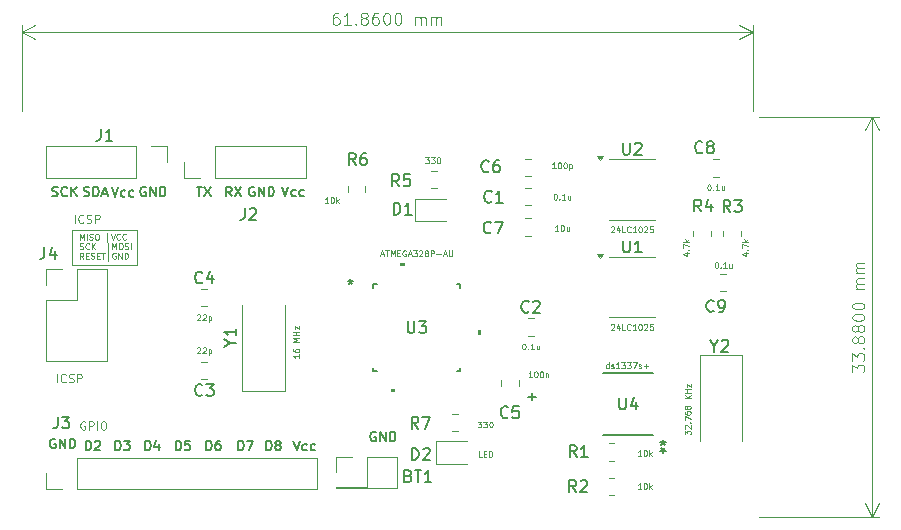
<source format=gto>
%TF.GenerationSoftware,KiCad,Pcbnew,8.0.8*%
%TF.CreationDate,2025-09-08T13:39:14+03:00*%
%TF.ProjectId,MCU datalogger,4d435520-6461-4746-916c-6f676765722e,rev?*%
%TF.SameCoordinates,Original*%
%TF.FileFunction,Legend,Top*%
%TF.FilePolarity,Positive*%
%FSLAX46Y46*%
G04 Gerber Fmt 4.6, Leading zero omitted, Abs format (unit mm)*
G04 Created by KiCad (PCBNEW 8.0.8) date 2025-09-08 13:39:14*
%MOMM*%
%LPD*%
G01*
G04 APERTURE LIST*
%ADD10C,0.100000*%
%ADD11C,0.150000*%
%ADD12C,0.120000*%
%ADD13C,0.152400*%
%ADD14C,0.000000*%
G04 APERTURE END LIST*
D10*
X84500000Y-126500000D02*
X90000000Y-126500000D01*
X90000000Y-129500000D01*
X84500000Y-129500000D01*
X84500000Y-126500000D01*
D11*
X98006303Y-123654295D02*
X97739636Y-123273342D01*
X97549160Y-123654295D02*
X97549160Y-122854295D01*
X97549160Y-122854295D02*
X97853922Y-122854295D01*
X97853922Y-122854295D02*
X97930112Y-122892390D01*
X97930112Y-122892390D02*
X97968207Y-122930485D01*
X97968207Y-122930485D02*
X98006303Y-123006676D01*
X98006303Y-123006676D02*
X98006303Y-123120961D01*
X98006303Y-123120961D02*
X97968207Y-123197152D01*
X97968207Y-123197152D02*
X97930112Y-123235247D01*
X97930112Y-123235247D02*
X97853922Y-123273342D01*
X97853922Y-123273342D02*
X97549160Y-123273342D01*
X98272969Y-122854295D02*
X98806303Y-123654295D01*
X98806303Y-122854295D02*
X98272969Y-123654295D01*
X98589160Y-145144295D02*
X98589160Y-144344295D01*
X98589160Y-144344295D02*
X98779636Y-144344295D01*
X98779636Y-144344295D02*
X98893922Y-144382390D01*
X98893922Y-144382390D02*
X98970112Y-144458580D01*
X98970112Y-144458580D02*
X99008207Y-144534771D01*
X99008207Y-144534771D02*
X99046303Y-144687152D01*
X99046303Y-144687152D02*
X99046303Y-144801438D01*
X99046303Y-144801438D02*
X99008207Y-144953819D01*
X99008207Y-144953819D02*
X98970112Y-145030009D01*
X98970112Y-145030009D02*
X98893922Y-145106200D01*
X98893922Y-145106200D02*
X98779636Y-145144295D01*
X98779636Y-145144295D02*
X98589160Y-145144295D01*
X99312969Y-144344295D02*
X99846303Y-144344295D01*
X99846303Y-144344295D02*
X99503445Y-145144295D01*
X93299160Y-145144295D02*
X93299160Y-144344295D01*
X93299160Y-144344295D02*
X93489636Y-144344295D01*
X93489636Y-144344295D02*
X93603922Y-144382390D01*
X93603922Y-144382390D02*
X93680112Y-144458580D01*
X93680112Y-144458580D02*
X93718207Y-144534771D01*
X93718207Y-144534771D02*
X93756303Y-144687152D01*
X93756303Y-144687152D02*
X93756303Y-144801438D01*
X93756303Y-144801438D02*
X93718207Y-144953819D01*
X93718207Y-144953819D02*
X93680112Y-145030009D01*
X93680112Y-145030009D02*
X93603922Y-145106200D01*
X93603922Y-145106200D02*
X93489636Y-145144295D01*
X93489636Y-145144295D02*
X93299160Y-145144295D01*
X94480112Y-144344295D02*
X94099160Y-144344295D01*
X94099160Y-144344295D02*
X94061064Y-144725247D01*
X94061064Y-144725247D02*
X94099160Y-144687152D01*
X94099160Y-144687152D02*
X94175350Y-144649057D01*
X94175350Y-144649057D02*
X94365826Y-144649057D01*
X94365826Y-144649057D02*
X94442017Y-144687152D01*
X94442017Y-144687152D02*
X94480112Y-144725247D01*
X94480112Y-144725247D02*
X94518207Y-144801438D01*
X94518207Y-144801438D02*
X94518207Y-144991914D01*
X94518207Y-144991914D02*
X94480112Y-145068104D01*
X94480112Y-145068104D02*
X94442017Y-145106200D01*
X94442017Y-145106200D02*
X94365826Y-145144295D01*
X94365826Y-145144295D02*
X94175350Y-145144295D01*
X94175350Y-145144295D02*
X94099160Y-145106200D01*
X94099160Y-145106200D02*
X94061064Y-145068104D01*
X85501064Y-123616200D02*
X85615350Y-123654295D01*
X85615350Y-123654295D02*
X85805826Y-123654295D01*
X85805826Y-123654295D02*
X85882017Y-123616200D01*
X85882017Y-123616200D02*
X85920112Y-123578104D01*
X85920112Y-123578104D02*
X85958207Y-123501914D01*
X85958207Y-123501914D02*
X85958207Y-123425723D01*
X85958207Y-123425723D02*
X85920112Y-123349533D01*
X85920112Y-123349533D02*
X85882017Y-123311438D01*
X85882017Y-123311438D02*
X85805826Y-123273342D01*
X85805826Y-123273342D02*
X85653445Y-123235247D01*
X85653445Y-123235247D02*
X85577255Y-123197152D01*
X85577255Y-123197152D02*
X85539160Y-123159057D01*
X85539160Y-123159057D02*
X85501064Y-123082866D01*
X85501064Y-123082866D02*
X85501064Y-123006676D01*
X85501064Y-123006676D02*
X85539160Y-122930485D01*
X85539160Y-122930485D02*
X85577255Y-122892390D01*
X85577255Y-122892390D02*
X85653445Y-122854295D01*
X85653445Y-122854295D02*
X85843922Y-122854295D01*
X85843922Y-122854295D02*
X85958207Y-122892390D01*
X86301065Y-123654295D02*
X86301065Y-122854295D01*
X86301065Y-122854295D02*
X86491541Y-122854295D01*
X86491541Y-122854295D02*
X86605827Y-122892390D01*
X86605827Y-122892390D02*
X86682017Y-122968580D01*
X86682017Y-122968580D02*
X86720112Y-123044771D01*
X86720112Y-123044771D02*
X86758208Y-123197152D01*
X86758208Y-123197152D02*
X86758208Y-123311438D01*
X86758208Y-123311438D02*
X86720112Y-123463819D01*
X86720112Y-123463819D02*
X86682017Y-123540009D01*
X86682017Y-123540009D02*
X86605827Y-123616200D01*
X86605827Y-123616200D02*
X86491541Y-123654295D01*
X86491541Y-123654295D02*
X86301065Y-123654295D01*
X87062969Y-123425723D02*
X87443922Y-123425723D01*
X86986779Y-123654295D02*
X87253446Y-122854295D01*
X87253446Y-122854295D02*
X87520112Y-123654295D01*
X102284874Y-122854295D02*
X102551541Y-123654295D01*
X102551541Y-123654295D02*
X102818207Y-122854295D01*
X103427731Y-123616200D02*
X103351540Y-123654295D01*
X103351540Y-123654295D02*
X103199159Y-123654295D01*
X103199159Y-123654295D02*
X103122969Y-123616200D01*
X103122969Y-123616200D02*
X103084874Y-123578104D01*
X103084874Y-123578104D02*
X103046778Y-123501914D01*
X103046778Y-123501914D02*
X103046778Y-123273342D01*
X103046778Y-123273342D02*
X103084874Y-123197152D01*
X103084874Y-123197152D02*
X103122969Y-123159057D01*
X103122969Y-123159057D02*
X103199159Y-123120961D01*
X103199159Y-123120961D02*
X103351540Y-123120961D01*
X103351540Y-123120961D02*
X103427731Y-123159057D01*
X104113445Y-123616200D02*
X104037254Y-123654295D01*
X104037254Y-123654295D02*
X103884873Y-123654295D01*
X103884873Y-123654295D02*
X103808683Y-123616200D01*
X103808683Y-123616200D02*
X103770588Y-123578104D01*
X103770588Y-123578104D02*
X103732492Y-123501914D01*
X103732492Y-123501914D02*
X103732492Y-123273342D01*
X103732492Y-123273342D02*
X103770588Y-123197152D01*
X103770588Y-123197152D02*
X103808683Y-123159057D01*
X103808683Y-123159057D02*
X103884873Y-123120961D01*
X103884873Y-123120961D02*
X104037254Y-123120961D01*
X104037254Y-123120961D02*
X104113445Y-123159057D01*
X95859160Y-145144295D02*
X95859160Y-144344295D01*
X95859160Y-144344295D02*
X96049636Y-144344295D01*
X96049636Y-144344295D02*
X96163922Y-144382390D01*
X96163922Y-144382390D02*
X96240112Y-144458580D01*
X96240112Y-144458580D02*
X96278207Y-144534771D01*
X96278207Y-144534771D02*
X96316303Y-144687152D01*
X96316303Y-144687152D02*
X96316303Y-144801438D01*
X96316303Y-144801438D02*
X96278207Y-144953819D01*
X96278207Y-144953819D02*
X96240112Y-145030009D01*
X96240112Y-145030009D02*
X96163922Y-145106200D01*
X96163922Y-145106200D02*
X96049636Y-145144295D01*
X96049636Y-145144295D02*
X95859160Y-145144295D01*
X97002017Y-144344295D02*
X96849636Y-144344295D01*
X96849636Y-144344295D02*
X96773445Y-144382390D01*
X96773445Y-144382390D02*
X96735350Y-144420485D01*
X96735350Y-144420485D02*
X96659160Y-144534771D01*
X96659160Y-144534771D02*
X96621064Y-144687152D01*
X96621064Y-144687152D02*
X96621064Y-144991914D01*
X96621064Y-144991914D02*
X96659160Y-145068104D01*
X96659160Y-145068104D02*
X96697255Y-145106200D01*
X96697255Y-145106200D02*
X96773445Y-145144295D01*
X96773445Y-145144295D02*
X96925826Y-145144295D01*
X96925826Y-145144295D02*
X97002017Y-145106200D01*
X97002017Y-145106200D02*
X97040112Y-145068104D01*
X97040112Y-145068104D02*
X97078207Y-144991914D01*
X97078207Y-144991914D02*
X97078207Y-144801438D01*
X97078207Y-144801438D02*
X97040112Y-144725247D01*
X97040112Y-144725247D02*
X97002017Y-144687152D01*
X97002017Y-144687152D02*
X96925826Y-144649057D01*
X96925826Y-144649057D02*
X96773445Y-144649057D01*
X96773445Y-144649057D02*
X96697255Y-144687152D01*
X96697255Y-144687152D02*
X96659160Y-144725247D01*
X96659160Y-144725247D02*
X96621064Y-144801438D01*
X90699160Y-145144295D02*
X90699160Y-144344295D01*
X90699160Y-144344295D02*
X90889636Y-144344295D01*
X90889636Y-144344295D02*
X91003922Y-144382390D01*
X91003922Y-144382390D02*
X91080112Y-144458580D01*
X91080112Y-144458580D02*
X91118207Y-144534771D01*
X91118207Y-144534771D02*
X91156303Y-144687152D01*
X91156303Y-144687152D02*
X91156303Y-144801438D01*
X91156303Y-144801438D02*
X91118207Y-144953819D01*
X91118207Y-144953819D02*
X91080112Y-145030009D01*
X91080112Y-145030009D02*
X91003922Y-145106200D01*
X91003922Y-145106200D02*
X90889636Y-145144295D01*
X90889636Y-145144295D02*
X90699160Y-145144295D01*
X91842017Y-144610961D02*
X91842017Y-145144295D01*
X91651541Y-144306200D02*
X91461064Y-144877628D01*
X91461064Y-144877628D02*
X91956303Y-144877628D01*
X83088207Y-144212390D02*
X83012017Y-144174295D01*
X83012017Y-144174295D02*
X82897731Y-144174295D01*
X82897731Y-144174295D02*
X82783445Y-144212390D01*
X82783445Y-144212390D02*
X82707255Y-144288580D01*
X82707255Y-144288580D02*
X82669160Y-144364771D01*
X82669160Y-144364771D02*
X82631064Y-144517152D01*
X82631064Y-144517152D02*
X82631064Y-144631438D01*
X82631064Y-144631438D02*
X82669160Y-144783819D01*
X82669160Y-144783819D02*
X82707255Y-144860009D01*
X82707255Y-144860009D02*
X82783445Y-144936200D01*
X82783445Y-144936200D02*
X82897731Y-144974295D01*
X82897731Y-144974295D02*
X82973922Y-144974295D01*
X82973922Y-144974295D02*
X83088207Y-144936200D01*
X83088207Y-144936200D02*
X83126303Y-144898104D01*
X83126303Y-144898104D02*
X83126303Y-144631438D01*
X83126303Y-144631438D02*
X82973922Y-144631438D01*
X83469160Y-144974295D02*
X83469160Y-144174295D01*
X83469160Y-144174295D02*
X83926303Y-144974295D01*
X83926303Y-144974295D02*
X83926303Y-144174295D01*
X84307255Y-144974295D02*
X84307255Y-144174295D01*
X84307255Y-144174295D02*
X84497731Y-144174295D01*
X84497731Y-144174295D02*
X84612017Y-144212390D01*
X84612017Y-144212390D02*
X84688207Y-144288580D01*
X84688207Y-144288580D02*
X84726302Y-144364771D01*
X84726302Y-144364771D02*
X84764398Y-144517152D01*
X84764398Y-144517152D02*
X84764398Y-144631438D01*
X84764398Y-144631438D02*
X84726302Y-144783819D01*
X84726302Y-144783819D02*
X84688207Y-144860009D01*
X84688207Y-144860009D02*
X84612017Y-144936200D01*
X84612017Y-144936200D02*
X84497731Y-144974295D01*
X84497731Y-144974295D02*
X84307255Y-144974295D01*
X99918207Y-122892390D02*
X99842017Y-122854295D01*
X99842017Y-122854295D02*
X99727731Y-122854295D01*
X99727731Y-122854295D02*
X99613445Y-122892390D01*
X99613445Y-122892390D02*
X99537255Y-122968580D01*
X99537255Y-122968580D02*
X99499160Y-123044771D01*
X99499160Y-123044771D02*
X99461064Y-123197152D01*
X99461064Y-123197152D02*
X99461064Y-123311438D01*
X99461064Y-123311438D02*
X99499160Y-123463819D01*
X99499160Y-123463819D02*
X99537255Y-123540009D01*
X99537255Y-123540009D02*
X99613445Y-123616200D01*
X99613445Y-123616200D02*
X99727731Y-123654295D01*
X99727731Y-123654295D02*
X99803922Y-123654295D01*
X99803922Y-123654295D02*
X99918207Y-123616200D01*
X99918207Y-123616200D02*
X99956303Y-123578104D01*
X99956303Y-123578104D02*
X99956303Y-123311438D01*
X99956303Y-123311438D02*
X99803922Y-123311438D01*
X100299160Y-123654295D02*
X100299160Y-122854295D01*
X100299160Y-122854295D02*
X100756303Y-123654295D01*
X100756303Y-123654295D02*
X100756303Y-122854295D01*
X101137255Y-123654295D02*
X101137255Y-122854295D01*
X101137255Y-122854295D02*
X101327731Y-122854295D01*
X101327731Y-122854295D02*
X101442017Y-122892390D01*
X101442017Y-122892390D02*
X101518207Y-122968580D01*
X101518207Y-122968580D02*
X101556302Y-123044771D01*
X101556302Y-123044771D02*
X101594398Y-123197152D01*
X101594398Y-123197152D02*
X101594398Y-123311438D01*
X101594398Y-123311438D02*
X101556302Y-123463819D01*
X101556302Y-123463819D02*
X101518207Y-123540009D01*
X101518207Y-123540009D02*
X101442017Y-123616200D01*
X101442017Y-123616200D02*
X101327731Y-123654295D01*
X101327731Y-123654295D02*
X101137255Y-123654295D01*
X85669160Y-145144295D02*
X85669160Y-144344295D01*
X85669160Y-144344295D02*
X85859636Y-144344295D01*
X85859636Y-144344295D02*
X85973922Y-144382390D01*
X85973922Y-144382390D02*
X86050112Y-144458580D01*
X86050112Y-144458580D02*
X86088207Y-144534771D01*
X86088207Y-144534771D02*
X86126303Y-144687152D01*
X86126303Y-144687152D02*
X86126303Y-144801438D01*
X86126303Y-144801438D02*
X86088207Y-144953819D01*
X86088207Y-144953819D02*
X86050112Y-145030009D01*
X86050112Y-145030009D02*
X85973922Y-145106200D01*
X85973922Y-145106200D02*
X85859636Y-145144295D01*
X85859636Y-145144295D02*
X85669160Y-145144295D01*
X86431064Y-144420485D02*
X86469160Y-144382390D01*
X86469160Y-144382390D02*
X86545350Y-144344295D01*
X86545350Y-144344295D02*
X86735826Y-144344295D01*
X86735826Y-144344295D02*
X86812017Y-144382390D01*
X86812017Y-144382390D02*
X86850112Y-144420485D01*
X86850112Y-144420485D02*
X86888207Y-144496676D01*
X86888207Y-144496676D02*
X86888207Y-144572866D01*
X86888207Y-144572866D02*
X86850112Y-144687152D01*
X86850112Y-144687152D02*
X86392969Y-145144295D01*
X86392969Y-145144295D02*
X86888207Y-145144295D01*
X95064874Y-122854295D02*
X95522017Y-122854295D01*
X95293445Y-123654295D02*
X95293445Y-122854295D01*
X95712493Y-122854295D02*
X96245827Y-123654295D01*
X96245827Y-122854295D02*
X95712493Y-123654295D01*
X90738207Y-122892390D02*
X90662017Y-122854295D01*
X90662017Y-122854295D02*
X90547731Y-122854295D01*
X90547731Y-122854295D02*
X90433445Y-122892390D01*
X90433445Y-122892390D02*
X90357255Y-122968580D01*
X90357255Y-122968580D02*
X90319160Y-123044771D01*
X90319160Y-123044771D02*
X90281064Y-123197152D01*
X90281064Y-123197152D02*
X90281064Y-123311438D01*
X90281064Y-123311438D02*
X90319160Y-123463819D01*
X90319160Y-123463819D02*
X90357255Y-123540009D01*
X90357255Y-123540009D02*
X90433445Y-123616200D01*
X90433445Y-123616200D02*
X90547731Y-123654295D01*
X90547731Y-123654295D02*
X90623922Y-123654295D01*
X90623922Y-123654295D02*
X90738207Y-123616200D01*
X90738207Y-123616200D02*
X90776303Y-123578104D01*
X90776303Y-123578104D02*
X90776303Y-123311438D01*
X90776303Y-123311438D02*
X90623922Y-123311438D01*
X91119160Y-123654295D02*
X91119160Y-122854295D01*
X91119160Y-122854295D02*
X91576303Y-123654295D01*
X91576303Y-123654295D02*
X91576303Y-122854295D01*
X91957255Y-123654295D02*
X91957255Y-122854295D01*
X91957255Y-122854295D02*
X92147731Y-122854295D01*
X92147731Y-122854295D02*
X92262017Y-122892390D01*
X92262017Y-122892390D02*
X92338207Y-122968580D01*
X92338207Y-122968580D02*
X92376302Y-123044771D01*
X92376302Y-123044771D02*
X92414398Y-123197152D01*
X92414398Y-123197152D02*
X92414398Y-123311438D01*
X92414398Y-123311438D02*
X92376302Y-123463819D01*
X92376302Y-123463819D02*
X92338207Y-123540009D01*
X92338207Y-123540009D02*
X92262017Y-123616200D01*
X92262017Y-123616200D02*
X92147731Y-123654295D01*
X92147731Y-123654295D02*
X91957255Y-123654295D01*
X82841064Y-123616200D02*
X82955350Y-123654295D01*
X82955350Y-123654295D02*
X83145826Y-123654295D01*
X83145826Y-123654295D02*
X83222017Y-123616200D01*
X83222017Y-123616200D02*
X83260112Y-123578104D01*
X83260112Y-123578104D02*
X83298207Y-123501914D01*
X83298207Y-123501914D02*
X83298207Y-123425723D01*
X83298207Y-123425723D02*
X83260112Y-123349533D01*
X83260112Y-123349533D02*
X83222017Y-123311438D01*
X83222017Y-123311438D02*
X83145826Y-123273342D01*
X83145826Y-123273342D02*
X82993445Y-123235247D01*
X82993445Y-123235247D02*
X82917255Y-123197152D01*
X82917255Y-123197152D02*
X82879160Y-123159057D01*
X82879160Y-123159057D02*
X82841064Y-123082866D01*
X82841064Y-123082866D02*
X82841064Y-123006676D01*
X82841064Y-123006676D02*
X82879160Y-122930485D01*
X82879160Y-122930485D02*
X82917255Y-122892390D01*
X82917255Y-122892390D02*
X82993445Y-122854295D01*
X82993445Y-122854295D02*
X83183922Y-122854295D01*
X83183922Y-122854295D02*
X83298207Y-122892390D01*
X84098208Y-123578104D02*
X84060112Y-123616200D01*
X84060112Y-123616200D02*
X83945827Y-123654295D01*
X83945827Y-123654295D02*
X83869636Y-123654295D01*
X83869636Y-123654295D02*
X83755350Y-123616200D01*
X83755350Y-123616200D02*
X83679160Y-123540009D01*
X83679160Y-123540009D02*
X83641065Y-123463819D01*
X83641065Y-123463819D02*
X83602969Y-123311438D01*
X83602969Y-123311438D02*
X83602969Y-123197152D01*
X83602969Y-123197152D02*
X83641065Y-123044771D01*
X83641065Y-123044771D02*
X83679160Y-122968580D01*
X83679160Y-122968580D02*
X83755350Y-122892390D01*
X83755350Y-122892390D02*
X83869636Y-122854295D01*
X83869636Y-122854295D02*
X83945827Y-122854295D01*
X83945827Y-122854295D02*
X84060112Y-122892390D01*
X84060112Y-122892390D02*
X84098208Y-122930485D01*
X84441065Y-123654295D02*
X84441065Y-122854295D01*
X84898208Y-123654295D02*
X84555350Y-123197152D01*
X84898208Y-122854295D02*
X84441065Y-123311438D01*
X100959160Y-145144295D02*
X100959160Y-144344295D01*
X100959160Y-144344295D02*
X101149636Y-144344295D01*
X101149636Y-144344295D02*
X101263922Y-144382390D01*
X101263922Y-144382390D02*
X101340112Y-144458580D01*
X101340112Y-144458580D02*
X101378207Y-144534771D01*
X101378207Y-144534771D02*
X101416303Y-144687152D01*
X101416303Y-144687152D02*
X101416303Y-144801438D01*
X101416303Y-144801438D02*
X101378207Y-144953819D01*
X101378207Y-144953819D02*
X101340112Y-145030009D01*
X101340112Y-145030009D02*
X101263922Y-145106200D01*
X101263922Y-145106200D02*
X101149636Y-145144295D01*
X101149636Y-145144295D02*
X100959160Y-145144295D01*
X101873445Y-144687152D02*
X101797255Y-144649057D01*
X101797255Y-144649057D02*
X101759160Y-144610961D01*
X101759160Y-144610961D02*
X101721064Y-144534771D01*
X101721064Y-144534771D02*
X101721064Y-144496676D01*
X101721064Y-144496676D02*
X101759160Y-144420485D01*
X101759160Y-144420485D02*
X101797255Y-144382390D01*
X101797255Y-144382390D02*
X101873445Y-144344295D01*
X101873445Y-144344295D02*
X102025826Y-144344295D01*
X102025826Y-144344295D02*
X102102017Y-144382390D01*
X102102017Y-144382390D02*
X102140112Y-144420485D01*
X102140112Y-144420485D02*
X102178207Y-144496676D01*
X102178207Y-144496676D02*
X102178207Y-144534771D01*
X102178207Y-144534771D02*
X102140112Y-144610961D01*
X102140112Y-144610961D02*
X102102017Y-144649057D01*
X102102017Y-144649057D02*
X102025826Y-144687152D01*
X102025826Y-144687152D02*
X101873445Y-144687152D01*
X101873445Y-144687152D02*
X101797255Y-144725247D01*
X101797255Y-144725247D02*
X101759160Y-144763342D01*
X101759160Y-144763342D02*
X101721064Y-144839533D01*
X101721064Y-144839533D02*
X101721064Y-144991914D01*
X101721064Y-144991914D02*
X101759160Y-145068104D01*
X101759160Y-145068104D02*
X101797255Y-145106200D01*
X101797255Y-145106200D02*
X101873445Y-145144295D01*
X101873445Y-145144295D02*
X102025826Y-145144295D01*
X102025826Y-145144295D02*
X102102017Y-145106200D01*
X102102017Y-145106200D02*
X102140112Y-145068104D01*
X102140112Y-145068104D02*
X102178207Y-144991914D01*
X102178207Y-144991914D02*
X102178207Y-144839533D01*
X102178207Y-144839533D02*
X102140112Y-144763342D01*
X102140112Y-144763342D02*
X102102017Y-144725247D01*
X102102017Y-144725247D02*
X102025826Y-144687152D01*
X110208207Y-143632390D02*
X110132017Y-143594295D01*
X110132017Y-143594295D02*
X110017731Y-143594295D01*
X110017731Y-143594295D02*
X109903445Y-143632390D01*
X109903445Y-143632390D02*
X109827255Y-143708580D01*
X109827255Y-143708580D02*
X109789160Y-143784771D01*
X109789160Y-143784771D02*
X109751064Y-143937152D01*
X109751064Y-143937152D02*
X109751064Y-144051438D01*
X109751064Y-144051438D02*
X109789160Y-144203819D01*
X109789160Y-144203819D02*
X109827255Y-144280009D01*
X109827255Y-144280009D02*
X109903445Y-144356200D01*
X109903445Y-144356200D02*
X110017731Y-144394295D01*
X110017731Y-144394295D02*
X110093922Y-144394295D01*
X110093922Y-144394295D02*
X110208207Y-144356200D01*
X110208207Y-144356200D02*
X110246303Y-144318104D01*
X110246303Y-144318104D02*
X110246303Y-144051438D01*
X110246303Y-144051438D02*
X110093922Y-144051438D01*
X110589160Y-144394295D02*
X110589160Y-143594295D01*
X110589160Y-143594295D02*
X111046303Y-144394295D01*
X111046303Y-144394295D02*
X111046303Y-143594295D01*
X111427255Y-144394295D02*
X111427255Y-143594295D01*
X111427255Y-143594295D02*
X111617731Y-143594295D01*
X111617731Y-143594295D02*
X111732017Y-143632390D01*
X111732017Y-143632390D02*
X111808207Y-143708580D01*
X111808207Y-143708580D02*
X111846302Y-143784771D01*
X111846302Y-143784771D02*
X111884398Y-143937152D01*
X111884398Y-143937152D02*
X111884398Y-144051438D01*
X111884398Y-144051438D02*
X111846302Y-144203819D01*
X111846302Y-144203819D02*
X111808207Y-144280009D01*
X111808207Y-144280009D02*
X111732017Y-144356200D01*
X111732017Y-144356200D02*
X111617731Y-144394295D01*
X111617731Y-144394295D02*
X111427255Y-144394295D01*
X123139160Y-140629533D02*
X123748684Y-140629533D01*
X123443922Y-140934295D02*
X123443922Y-140324771D01*
D10*
X84732455Y-125909133D02*
X84732455Y-125209133D01*
X85465788Y-125842466D02*
X85432455Y-125875800D01*
X85432455Y-125875800D02*
X85332455Y-125909133D01*
X85332455Y-125909133D02*
X85265788Y-125909133D01*
X85265788Y-125909133D02*
X85165788Y-125875800D01*
X85165788Y-125875800D02*
X85099122Y-125809133D01*
X85099122Y-125809133D02*
X85065788Y-125742466D01*
X85065788Y-125742466D02*
X85032455Y-125609133D01*
X85032455Y-125609133D02*
X85032455Y-125509133D01*
X85032455Y-125509133D02*
X85065788Y-125375800D01*
X85065788Y-125375800D02*
X85099122Y-125309133D01*
X85099122Y-125309133D02*
X85165788Y-125242466D01*
X85165788Y-125242466D02*
X85265788Y-125209133D01*
X85265788Y-125209133D02*
X85332455Y-125209133D01*
X85332455Y-125209133D02*
X85432455Y-125242466D01*
X85432455Y-125242466D02*
X85465788Y-125275800D01*
X85732455Y-125875800D02*
X85832455Y-125909133D01*
X85832455Y-125909133D02*
X85999122Y-125909133D01*
X85999122Y-125909133D02*
X86065788Y-125875800D01*
X86065788Y-125875800D02*
X86099122Y-125842466D01*
X86099122Y-125842466D02*
X86132455Y-125775800D01*
X86132455Y-125775800D02*
X86132455Y-125709133D01*
X86132455Y-125709133D02*
X86099122Y-125642466D01*
X86099122Y-125642466D02*
X86065788Y-125609133D01*
X86065788Y-125609133D02*
X85999122Y-125575800D01*
X85999122Y-125575800D02*
X85865788Y-125542466D01*
X85865788Y-125542466D02*
X85799122Y-125509133D01*
X85799122Y-125509133D02*
X85765788Y-125475800D01*
X85765788Y-125475800D02*
X85732455Y-125409133D01*
X85732455Y-125409133D02*
X85732455Y-125342466D01*
X85732455Y-125342466D02*
X85765788Y-125275800D01*
X85765788Y-125275800D02*
X85799122Y-125242466D01*
X85799122Y-125242466D02*
X85865788Y-125209133D01*
X85865788Y-125209133D02*
X86032455Y-125209133D01*
X86032455Y-125209133D02*
X86132455Y-125242466D01*
X86432455Y-125909133D02*
X86432455Y-125209133D01*
X86432455Y-125209133D02*
X86699122Y-125209133D01*
X86699122Y-125209133D02*
X86765789Y-125242466D01*
X86765789Y-125242466D02*
X86799122Y-125275800D01*
X86799122Y-125275800D02*
X86832455Y-125342466D01*
X86832455Y-125342466D02*
X86832455Y-125442466D01*
X86832455Y-125442466D02*
X86799122Y-125509133D01*
X86799122Y-125509133D02*
X86765789Y-125542466D01*
X86765789Y-125542466D02*
X86699122Y-125575800D01*
X86699122Y-125575800D02*
X86432455Y-125575800D01*
D11*
X87874874Y-122874295D02*
X88141541Y-123674295D01*
X88141541Y-123674295D02*
X88408207Y-122874295D01*
X89017731Y-123636200D02*
X88941540Y-123674295D01*
X88941540Y-123674295D02*
X88789159Y-123674295D01*
X88789159Y-123674295D02*
X88712969Y-123636200D01*
X88712969Y-123636200D02*
X88674874Y-123598104D01*
X88674874Y-123598104D02*
X88636778Y-123521914D01*
X88636778Y-123521914D02*
X88636778Y-123293342D01*
X88636778Y-123293342D02*
X88674874Y-123217152D01*
X88674874Y-123217152D02*
X88712969Y-123179057D01*
X88712969Y-123179057D02*
X88789159Y-123140961D01*
X88789159Y-123140961D02*
X88941540Y-123140961D01*
X88941540Y-123140961D02*
X89017731Y-123179057D01*
X89703445Y-123636200D02*
X89627254Y-123674295D01*
X89627254Y-123674295D02*
X89474873Y-123674295D01*
X89474873Y-123674295D02*
X89398683Y-123636200D01*
X89398683Y-123636200D02*
X89360588Y-123598104D01*
X89360588Y-123598104D02*
X89322492Y-123521914D01*
X89322492Y-123521914D02*
X89322492Y-123293342D01*
X89322492Y-123293342D02*
X89360588Y-123217152D01*
X89360588Y-123217152D02*
X89398683Y-123179057D01*
X89398683Y-123179057D02*
X89474873Y-123140961D01*
X89474873Y-123140961D02*
X89627254Y-123140961D01*
X89627254Y-123140961D02*
X89703445Y-123179057D01*
D10*
X85599122Y-142742466D02*
X85532455Y-142709133D01*
X85532455Y-142709133D02*
X85432455Y-142709133D01*
X85432455Y-142709133D02*
X85332455Y-142742466D01*
X85332455Y-142742466D02*
X85265789Y-142809133D01*
X85265789Y-142809133D02*
X85232455Y-142875800D01*
X85232455Y-142875800D02*
X85199122Y-143009133D01*
X85199122Y-143009133D02*
X85199122Y-143109133D01*
X85199122Y-143109133D02*
X85232455Y-143242466D01*
X85232455Y-143242466D02*
X85265789Y-143309133D01*
X85265789Y-143309133D02*
X85332455Y-143375800D01*
X85332455Y-143375800D02*
X85432455Y-143409133D01*
X85432455Y-143409133D02*
X85499122Y-143409133D01*
X85499122Y-143409133D02*
X85599122Y-143375800D01*
X85599122Y-143375800D02*
X85632455Y-143342466D01*
X85632455Y-143342466D02*
X85632455Y-143109133D01*
X85632455Y-143109133D02*
X85499122Y-143109133D01*
X85932455Y-143409133D02*
X85932455Y-142709133D01*
X85932455Y-142709133D02*
X86199122Y-142709133D01*
X86199122Y-142709133D02*
X86265789Y-142742466D01*
X86265789Y-142742466D02*
X86299122Y-142775800D01*
X86299122Y-142775800D02*
X86332455Y-142842466D01*
X86332455Y-142842466D02*
X86332455Y-142942466D01*
X86332455Y-142942466D02*
X86299122Y-143009133D01*
X86299122Y-143009133D02*
X86265789Y-143042466D01*
X86265789Y-143042466D02*
X86199122Y-143075800D01*
X86199122Y-143075800D02*
X85932455Y-143075800D01*
X86632455Y-143409133D02*
X86632455Y-142709133D01*
X87099122Y-142709133D02*
X87232455Y-142709133D01*
X87232455Y-142709133D02*
X87299122Y-142742466D01*
X87299122Y-142742466D02*
X87365788Y-142809133D01*
X87365788Y-142809133D02*
X87399122Y-142942466D01*
X87399122Y-142942466D02*
X87399122Y-143175800D01*
X87399122Y-143175800D02*
X87365788Y-143309133D01*
X87365788Y-143309133D02*
X87299122Y-143375800D01*
X87299122Y-143375800D02*
X87232455Y-143409133D01*
X87232455Y-143409133D02*
X87099122Y-143409133D01*
X87099122Y-143409133D02*
X87032455Y-143375800D01*
X87032455Y-143375800D02*
X86965788Y-143309133D01*
X86965788Y-143309133D02*
X86932455Y-143175800D01*
X86932455Y-143175800D02*
X86932455Y-142942466D01*
X86932455Y-142942466D02*
X86965788Y-142809133D01*
X86965788Y-142809133D02*
X87032455Y-142742466D01*
X87032455Y-142742466D02*
X87099122Y-142709133D01*
X85184836Y-127323665D02*
X85184836Y-126823665D01*
X85184836Y-126823665D02*
X85351503Y-127180808D01*
X85351503Y-127180808D02*
X85518169Y-126823665D01*
X85518169Y-126823665D02*
X85518169Y-127323665D01*
X85756265Y-127323665D02*
X85756265Y-126823665D01*
X85970551Y-127299856D02*
X86041979Y-127323665D01*
X86041979Y-127323665D02*
X86161027Y-127323665D01*
X86161027Y-127323665D02*
X86208646Y-127299856D01*
X86208646Y-127299856D02*
X86232455Y-127276046D01*
X86232455Y-127276046D02*
X86256265Y-127228427D01*
X86256265Y-127228427D02*
X86256265Y-127180808D01*
X86256265Y-127180808D02*
X86232455Y-127133189D01*
X86232455Y-127133189D02*
X86208646Y-127109379D01*
X86208646Y-127109379D02*
X86161027Y-127085570D01*
X86161027Y-127085570D02*
X86065789Y-127061760D01*
X86065789Y-127061760D02*
X86018170Y-127037951D01*
X86018170Y-127037951D02*
X85994360Y-127014141D01*
X85994360Y-127014141D02*
X85970551Y-126966522D01*
X85970551Y-126966522D02*
X85970551Y-126918903D01*
X85970551Y-126918903D02*
X85994360Y-126871284D01*
X85994360Y-126871284D02*
X86018170Y-126847475D01*
X86018170Y-126847475D02*
X86065789Y-126823665D01*
X86065789Y-126823665D02*
X86184836Y-126823665D01*
X86184836Y-126823665D02*
X86256265Y-126847475D01*
X86565788Y-126823665D02*
X86661026Y-126823665D01*
X86661026Y-126823665D02*
X86708645Y-126847475D01*
X86708645Y-126847475D02*
X86756264Y-126895094D01*
X86756264Y-126895094D02*
X86780074Y-126990332D01*
X86780074Y-126990332D02*
X86780074Y-127156998D01*
X86780074Y-127156998D02*
X86756264Y-127252236D01*
X86756264Y-127252236D02*
X86708645Y-127299856D01*
X86708645Y-127299856D02*
X86661026Y-127323665D01*
X86661026Y-127323665D02*
X86565788Y-127323665D01*
X86565788Y-127323665D02*
X86518169Y-127299856D01*
X86518169Y-127299856D02*
X86470550Y-127252236D01*
X86470550Y-127252236D02*
X86446741Y-127156998D01*
X86446741Y-127156998D02*
X86446741Y-126990332D01*
X86446741Y-126990332D02*
X86470550Y-126895094D01*
X86470550Y-126895094D02*
X86518169Y-126847475D01*
X86518169Y-126847475D02*
X86565788Y-126823665D01*
X87494360Y-127490332D02*
X87494360Y-126776046D01*
X87780074Y-126823665D02*
X87946740Y-127323665D01*
X87946740Y-127323665D02*
X88113407Y-126823665D01*
X88565787Y-127276046D02*
X88541978Y-127299856D01*
X88541978Y-127299856D02*
X88470549Y-127323665D01*
X88470549Y-127323665D02*
X88422930Y-127323665D01*
X88422930Y-127323665D02*
X88351502Y-127299856D01*
X88351502Y-127299856D02*
X88303883Y-127252236D01*
X88303883Y-127252236D02*
X88280073Y-127204617D01*
X88280073Y-127204617D02*
X88256264Y-127109379D01*
X88256264Y-127109379D02*
X88256264Y-127037951D01*
X88256264Y-127037951D02*
X88280073Y-126942713D01*
X88280073Y-126942713D02*
X88303883Y-126895094D01*
X88303883Y-126895094D02*
X88351502Y-126847475D01*
X88351502Y-126847475D02*
X88422930Y-126823665D01*
X88422930Y-126823665D02*
X88470549Y-126823665D01*
X88470549Y-126823665D02*
X88541978Y-126847475D01*
X88541978Y-126847475D02*
X88565787Y-126871284D01*
X89065787Y-127276046D02*
X89041978Y-127299856D01*
X89041978Y-127299856D02*
X88970549Y-127323665D01*
X88970549Y-127323665D02*
X88922930Y-127323665D01*
X88922930Y-127323665D02*
X88851502Y-127299856D01*
X88851502Y-127299856D02*
X88803883Y-127252236D01*
X88803883Y-127252236D02*
X88780073Y-127204617D01*
X88780073Y-127204617D02*
X88756264Y-127109379D01*
X88756264Y-127109379D02*
X88756264Y-127037951D01*
X88756264Y-127037951D02*
X88780073Y-126942713D01*
X88780073Y-126942713D02*
X88803883Y-126895094D01*
X88803883Y-126895094D02*
X88851502Y-126847475D01*
X88851502Y-126847475D02*
X88922930Y-126823665D01*
X88922930Y-126823665D02*
X88970549Y-126823665D01*
X88970549Y-126823665D02*
X89041978Y-126847475D01*
X89041978Y-126847475D02*
X89065787Y-126871284D01*
X85161027Y-128104828D02*
X85232455Y-128128637D01*
X85232455Y-128128637D02*
X85351503Y-128128637D01*
X85351503Y-128128637D02*
X85399122Y-128104828D01*
X85399122Y-128104828D02*
X85422931Y-128081018D01*
X85422931Y-128081018D02*
X85446741Y-128033399D01*
X85446741Y-128033399D02*
X85446741Y-127985780D01*
X85446741Y-127985780D02*
X85422931Y-127938161D01*
X85422931Y-127938161D02*
X85399122Y-127914351D01*
X85399122Y-127914351D02*
X85351503Y-127890542D01*
X85351503Y-127890542D02*
X85256265Y-127866732D01*
X85256265Y-127866732D02*
X85208646Y-127842923D01*
X85208646Y-127842923D02*
X85184836Y-127819113D01*
X85184836Y-127819113D02*
X85161027Y-127771494D01*
X85161027Y-127771494D02*
X85161027Y-127723875D01*
X85161027Y-127723875D02*
X85184836Y-127676256D01*
X85184836Y-127676256D02*
X85208646Y-127652447D01*
X85208646Y-127652447D02*
X85256265Y-127628637D01*
X85256265Y-127628637D02*
X85375312Y-127628637D01*
X85375312Y-127628637D02*
X85446741Y-127652447D01*
X85946740Y-128081018D02*
X85922931Y-128104828D01*
X85922931Y-128104828D02*
X85851502Y-128128637D01*
X85851502Y-128128637D02*
X85803883Y-128128637D01*
X85803883Y-128128637D02*
X85732455Y-128104828D01*
X85732455Y-128104828D02*
X85684836Y-128057208D01*
X85684836Y-128057208D02*
X85661026Y-128009589D01*
X85661026Y-128009589D02*
X85637217Y-127914351D01*
X85637217Y-127914351D02*
X85637217Y-127842923D01*
X85637217Y-127842923D02*
X85661026Y-127747685D01*
X85661026Y-127747685D02*
X85684836Y-127700066D01*
X85684836Y-127700066D02*
X85732455Y-127652447D01*
X85732455Y-127652447D02*
X85803883Y-127628637D01*
X85803883Y-127628637D02*
X85851502Y-127628637D01*
X85851502Y-127628637D02*
X85922931Y-127652447D01*
X85922931Y-127652447D02*
X85946740Y-127676256D01*
X86161026Y-128128637D02*
X86161026Y-127628637D01*
X86446740Y-128128637D02*
X86232455Y-127842923D01*
X86446740Y-127628637D02*
X86161026Y-127914351D01*
X87541978Y-128295304D02*
X87541978Y-127581018D01*
X87899120Y-128128637D02*
X87899120Y-127628637D01*
X87899120Y-127628637D02*
X88065787Y-127985780D01*
X88065787Y-127985780D02*
X88232453Y-127628637D01*
X88232453Y-127628637D02*
X88232453Y-128128637D01*
X88565787Y-127628637D02*
X88661025Y-127628637D01*
X88661025Y-127628637D02*
X88708644Y-127652447D01*
X88708644Y-127652447D02*
X88756263Y-127700066D01*
X88756263Y-127700066D02*
X88780073Y-127795304D01*
X88780073Y-127795304D02*
X88780073Y-127961970D01*
X88780073Y-127961970D02*
X88756263Y-128057208D01*
X88756263Y-128057208D02*
X88708644Y-128104828D01*
X88708644Y-128104828D02*
X88661025Y-128128637D01*
X88661025Y-128128637D02*
X88565787Y-128128637D01*
X88565787Y-128128637D02*
X88518168Y-128104828D01*
X88518168Y-128104828D02*
X88470549Y-128057208D01*
X88470549Y-128057208D02*
X88446740Y-127961970D01*
X88446740Y-127961970D02*
X88446740Y-127795304D01*
X88446740Y-127795304D02*
X88470549Y-127700066D01*
X88470549Y-127700066D02*
X88518168Y-127652447D01*
X88518168Y-127652447D02*
X88565787Y-127628637D01*
X88970550Y-128104828D02*
X89041978Y-128128637D01*
X89041978Y-128128637D02*
X89161026Y-128128637D01*
X89161026Y-128128637D02*
X89208645Y-128104828D01*
X89208645Y-128104828D02*
X89232454Y-128081018D01*
X89232454Y-128081018D02*
X89256264Y-128033399D01*
X89256264Y-128033399D02*
X89256264Y-127985780D01*
X89256264Y-127985780D02*
X89232454Y-127938161D01*
X89232454Y-127938161D02*
X89208645Y-127914351D01*
X89208645Y-127914351D02*
X89161026Y-127890542D01*
X89161026Y-127890542D02*
X89065788Y-127866732D01*
X89065788Y-127866732D02*
X89018169Y-127842923D01*
X89018169Y-127842923D02*
X88994359Y-127819113D01*
X88994359Y-127819113D02*
X88970550Y-127771494D01*
X88970550Y-127771494D02*
X88970550Y-127723875D01*
X88970550Y-127723875D02*
X88994359Y-127676256D01*
X88994359Y-127676256D02*
X89018169Y-127652447D01*
X89018169Y-127652447D02*
X89065788Y-127628637D01*
X89065788Y-127628637D02*
X89184835Y-127628637D01*
X89184835Y-127628637D02*
X89256264Y-127652447D01*
X89470549Y-128128637D02*
X89470549Y-127628637D01*
X85470550Y-128933609D02*
X85303884Y-128695514D01*
X85184836Y-128933609D02*
X85184836Y-128433609D01*
X85184836Y-128433609D02*
X85375312Y-128433609D01*
X85375312Y-128433609D02*
X85422931Y-128457419D01*
X85422931Y-128457419D02*
X85446741Y-128481228D01*
X85446741Y-128481228D02*
X85470550Y-128528847D01*
X85470550Y-128528847D02*
X85470550Y-128600276D01*
X85470550Y-128600276D02*
X85446741Y-128647895D01*
X85446741Y-128647895D02*
X85422931Y-128671704D01*
X85422931Y-128671704D02*
X85375312Y-128695514D01*
X85375312Y-128695514D02*
X85184836Y-128695514D01*
X85684836Y-128671704D02*
X85851503Y-128671704D01*
X85922931Y-128933609D02*
X85684836Y-128933609D01*
X85684836Y-128933609D02*
X85684836Y-128433609D01*
X85684836Y-128433609D02*
X85922931Y-128433609D01*
X86113408Y-128909800D02*
X86184836Y-128933609D01*
X86184836Y-128933609D02*
X86303884Y-128933609D01*
X86303884Y-128933609D02*
X86351503Y-128909800D01*
X86351503Y-128909800D02*
X86375312Y-128885990D01*
X86375312Y-128885990D02*
X86399122Y-128838371D01*
X86399122Y-128838371D02*
X86399122Y-128790752D01*
X86399122Y-128790752D02*
X86375312Y-128743133D01*
X86375312Y-128743133D02*
X86351503Y-128719323D01*
X86351503Y-128719323D02*
X86303884Y-128695514D01*
X86303884Y-128695514D02*
X86208646Y-128671704D01*
X86208646Y-128671704D02*
X86161027Y-128647895D01*
X86161027Y-128647895D02*
X86137217Y-128624085D01*
X86137217Y-128624085D02*
X86113408Y-128576466D01*
X86113408Y-128576466D02*
X86113408Y-128528847D01*
X86113408Y-128528847D02*
X86137217Y-128481228D01*
X86137217Y-128481228D02*
X86161027Y-128457419D01*
X86161027Y-128457419D02*
X86208646Y-128433609D01*
X86208646Y-128433609D02*
X86327693Y-128433609D01*
X86327693Y-128433609D02*
X86399122Y-128457419D01*
X86613407Y-128671704D02*
X86780074Y-128671704D01*
X86851502Y-128933609D02*
X86613407Y-128933609D01*
X86613407Y-128933609D02*
X86613407Y-128433609D01*
X86613407Y-128433609D02*
X86851502Y-128433609D01*
X86994360Y-128433609D02*
X87280074Y-128433609D01*
X87137217Y-128933609D02*
X87137217Y-128433609D01*
X87565788Y-129100276D02*
X87565788Y-128385990D01*
X88184835Y-128457419D02*
X88137216Y-128433609D01*
X88137216Y-128433609D02*
X88065787Y-128433609D01*
X88065787Y-128433609D02*
X87994359Y-128457419D01*
X87994359Y-128457419D02*
X87946740Y-128505038D01*
X87946740Y-128505038D02*
X87922930Y-128552657D01*
X87922930Y-128552657D02*
X87899121Y-128647895D01*
X87899121Y-128647895D02*
X87899121Y-128719323D01*
X87899121Y-128719323D02*
X87922930Y-128814561D01*
X87922930Y-128814561D02*
X87946740Y-128862180D01*
X87946740Y-128862180D02*
X87994359Y-128909800D01*
X87994359Y-128909800D02*
X88065787Y-128933609D01*
X88065787Y-128933609D02*
X88113406Y-128933609D01*
X88113406Y-128933609D02*
X88184835Y-128909800D01*
X88184835Y-128909800D02*
X88208644Y-128885990D01*
X88208644Y-128885990D02*
X88208644Y-128719323D01*
X88208644Y-128719323D02*
X88113406Y-128719323D01*
X88422930Y-128933609D02*
X88422930Y-128433609D01*
X88422930Y-128433609D02*
X88708644Y-128933609D01*
X88708644Y-128933609D02*
X88708644Y-128433609D01*
X88946740Y-128933609D02*
X88946740Y-128433609D01*
X88946740Y-128433609D02*
X89065788Y-128433609D01*
X89065788Y-128433609D02*
X89137216Y-128457419D01*
X89137216Y-128457419D02*
X89184835Y-128505038D01*
X89184835Y-128505038D02*
X89208645Y-128552657D01*
X89208645Y-128552657D02*
X89232454Y-128647895D01*
X89232454Y-128647895D02*
X89232454Y-128719323D01*
X89232454Y-128719323D02*
X89208645Y-128814561D01*
X89208645Y-128814561D02*
X89184835Y-128862180D01*
X89184835Y-128862180D02*
X89137216Y-128909800D01*
X89137216Y-128909800D02*
X89065788Y-128933609D01*
X89065788Y-128933609D02*
X88946740Y-128933609D01*
D11*
X88169160Y-145144295D02*
X88169160Y-144344295D01*
X88169160Y-144344295D02*
X88359636Y-144344295D01*
X88359636Y-144344295D02*
X88473922Y-144382390D01*
X88473922Y-144382390D02*
X88550112Y-144458580D01*
X88550112Y-144458580D02*
X88588207Y-144534771D01*
X88588207Y-144534771D02*
X88626303Y-144687152D01*
X88626303Y-144687152D02*
X88626303Y-144801438D01*
X88626303Y-144801438D02*
X88588207Y-144953819D01*
X88588207Y-144953819D02*
X88550112Y-145030009D01*
X88550112Y-145030009D02*
X88473922Y-145106200D01*
X88473922Y-145106200D02*
X88359636Y-145144295D01*
X88359636Y-145144295D02*
X88169160Y-145144295D01*
X88892969Y-144344295D02*
X89388207Y-144344295D01*
X89388207Y-144344295D02*
X89121541Y-144649057D01*
X89121541Y-144649057D02*
X89235826Y-144649057D01*
X89235826Y-144649057D02*
X89312017Y-144687152D01*
X89312017Y-144687152D02*
X89350112Y-144725247D01*
X89350112Y-144725247D02*
X89388207Y-144801438D01*
X89388207Y-144801438D02*
X89388207Y-144991914D01*
X89388207Y-144991914D02*
X89350112Y-145068104D01*
X89350112Y-145068104D02*
X89312017Y-145106200D01*
X89312017Y-145106200D02*
X89235826Y-145144295D01*
X89235826Y-145144295D02*
X89007255Y-145144295D01*
X89007255Y-145144295D02*
X88931064Y-145106200D01*
X88931064Y-145106200D02*
X88892969Y-145068104D01*
X103244874Y-144374295D02*
X103511541Y-145174295D01*
X103511541Y-145174295D02*
X103778207Y-144374295D01*
X104387731Y-145136200D02*
X104311540Y-145174295D01*
X104311540Y-145174295D02*
X104159159Y-145174295D01*
X104159159Y-145174295D02*
X104082969Y-145136200D01*
X104082969Y-145136200D02*
X104044874Y-145098104D01*
X104044874Y-145098104D02*
X104006778Y-145021914D01*
X104006778Y-145021914D02*
X104006778Y-144793342D01*
X104006778Y-144793342D02*
X104044874Y-144717152D01*
X104044874Y-144717152D02*
X104082969Y-144679057D01*
X104082969Y-144679057D02*
X104159159Y-144640961D01*
X104159159Y-144640961D02*
X104311540Y-144640961D01*
X104311540Y-144640961D02*
X104387731Y-144679057D01*
X105073445Y-145136200D02*
X104997254Y-145174295D01*
X104997254Y-145174295D02*
X104844873Y-145174295D01*
X104844873Y-145174295D02*
X104768683Y-145136200D01*
X104768683Y-145136200D02*
X104730588Y-145098104D01*
X104730588Y-145098104D02*
X104692492Y-145021914D01*
X104692492Y-145021914D02*
X104692492Y-144793342D01*
X104692492Y-144793342D02*
X104730588Y-144717152D01*
X104730588Y-144717152D02*
X104768683Y-144679057D01*
X104768683Y-144679057D02*
X104844873Y-144640961D01*
X104844873Y-144640961D02*
X104997254Y-144640961D01*
X104997254Y-144640961D02*
X105073445Y-144679057D01*
D10*
X83232455Y-139409133D02*
X83232455Y-138709133D01*
X83965788Y-139342466D02*
X83932455Y-139375800D01*
X83932455Y-139375800D02*
X83832455Y-139409133D01*
X83832455Y-139409133D02*
X83765788Y-139409133D01*
X83765788Y-139409133D02*
X83665788Y-139375800D01*
X83665788Y-139375800D02*
X83599122Y-139309133D01*
X83599122Y-139309133D02*
X83565788Y-139242466D01*
X83565788Y-139242466D02*
X83532455Y-139109133D01*
X83532455Y-139109133D02*
X83532455Y-139009133D01*
X83532455Y-139009133D02*
X83565788Y-138875800D01*
X83565788Y-138875800D02*
X83599122Y-138809133D01*
X83599122Y-138809133D02*
X83665788Y-138742466D01*
X83665788Y-138742466D02*
X83765788Y-138709133D01*
X83765788Y-138709133D02*
X83832455Y-138709133D01*
X83832455Y-138709133D02*
X83932455Y-138742466D01*
X83932455Y-138742466D02*
X83965788Y-138775800D01*
X84232455Y-139375800D02*
X84332455Y-139409133D01*
X84332455Y-139409133D02*
X84499122Y-139409133D01*
X84499122Y-139409133D02*
X84565788Y-139375800D01*
X84565788Y-139375800D02*
X84599122Y-139342466D01*
X84599122Y-139342466D02*
X84632455Y-139275800D01*
X84632455Y-139275800D02*
X84632455Y-139209133D01*
X84632455Y-139209133D02*
X84599122Y-139142466D01*
X84599122Y-139142466D02*
X84565788Y-139109133D01*
X84565788Y-139109133D02*
X84499122Y-139075800D01*
X84499122Y-139075800D02*
X84365788Y-139042466D01*
X84365788Y-139042466D02*
X84299122Y-139009133D01*
X84299122Y-139009133D02*
X84265788Y-138975800D01*
X84265788Y-138975800D02*
X84232455Y-138909133D01*
X84232455Y-138909133D02*
X84232455Y-138842466D01*
X84232455Y-138842466D02*
X84265788Y-138775800D01*
X84265788Y-138775800D02*
X84299122Y-138742466D01*
X84299122Y-138742466D02*
X84365788Y-138709133D01*
X84365788Y-138709133D02*
X84532455Y-138709133D01*
X84532455Y-138709133D02*
X84632455Y-138742466D01*
X84932455Y-139409133D02*
X84932455Y-138709133D01*
X84932455Y-138709133D02*
X85199122Y-138709133D01*
X85199122Y-138709133D02*
X85265789Y-138742466D01*
X85265789Y-138742466D02*
X85299122Y-138775800D01*
X85299122Y-138775800D02*
X85332455Y-138842466D01*
X85332455Y-138842466D02*
X85332455Y-138942466D01*
X85332455Y-138942466D02*
X85299122Y-139009133D01*
X85299122Y-139009133D02*
X85265789Y-139042466D01*
X85265789Y-139042466D02*
X85199122Y-139075800D01*
X85199122Y-139075800D02*
X84932455Y-139075800D01*
X150577419Y-138516665D02*
X150577419Y-137897618D01*
X150577419Y-137897618D02*
X150958371Y-138230951D01*
X150958371Y-138230951D02*
X150958371Y-138088094D01*
X150958371Y-138088094D02*
X151005990Y-137992856D01*
X151005990Y-137992856D02*
X151053609Y-137945237D01*
X151053609Y-137945237D02*
X151148847Y-137897618D01*
X151148847Y-137897618D02*
X151386942Y-137897618D01*
X151386942Y-137897618D02*
X151482180Y-137945237D01*
X151482180Y-137945237D02*
X151529800Y-137992856D01*
X151529800Y-137992856D02*
X151577419Y-138088094D01*
X151577419Y-138088094D02*
X151577419Y-138373808D01*
X151577419Y-138373808D02*
X151529800Y-138469046D01*
X151529800Y-138469046D02*
X151482180Y-138516665D01*
X150577419Y-137564284D02*
X150577419Y-136945237D01*
X150577419Y-136945237D02*
X150958371Y-137278570D01*
X150958371Y-137278570D02*
X150958371Y-137135713D01*
X150958371Y-137135713D02*
X151005990Y-137040475D01*
X151005990Y-137040475D02*
X151053609Y-136992856D01*
X151053609Y-136992856D02*
X151148847Y-136945237D01*
X151148847Y-136945237D02*
X151386942Y-136945237D01*
X151386942Y-136945237D02*
X151482180Y-136992856D01*
X151482180Y-136992856D02*
X151529800Y-137040475D01*
X151529800Y-137040475D02*
X151577419Y-137135713D01*
X151577419Y-137135713D02*
X151577419Y-137421427D01*
X151577419Y-137421427D02*
X151529800Y-137516665D01*
X151529800Y-137516665D02*
X151482180Y-137564284D01*
X151482180Y-136516665D02*
X151529800Y-136469046D01*
X151529800Y-136469046D02*
X151577419Y-136516665D01*
X151577419Y-136516665D02*
X151529800Y-136564284D01*
X151529800Y-136564284D02*
X151482180Y-136516665D01*
X151482180Y-136516665D02*
X151577419Y-136516665D01*
X151005990Y-135897618D02*
X150958371Y-135992856D01*
X150958371Y-135992856D02*
X150910752Y-136040475D01*
X150910752Y-136040475D02*
X150815514Y-136088094D01*
X150815514Y-136088094D02*
X150767895Y-136088094D01*
X150767895Y-136088094D02*
X150672657Y-136040475D01*
X150672657Y-136040475D02*
X150625038Y-135992856D01*
X150625038Y-135992856D02*
X150577419Y-135897618D01*
X150577419Y-135897618D02*
X150577419Y-135707142D01*
X150577419Y-135707142D02*
X150625038Y-135611904D01*
X150625038Y-135611904D02*
X150672657Y-135564285D01*
X150672657Y-135564285D02*
X150767895Y-135516666D01*
X150767895Y-135516666D02*
X150815514Y-135516666D01*
X150815514Y-135516666D02*
X150910752Y-135564285D01*
X150910752Y-135564285D02*
X150958371Y-135611904D01*
X150958371Y-135611904D02*
X151005990Y-135707142D01*
X151005990Y-135707142D02*
X151005990Y-135897618D01*
X151005990Y-135897618D02*
X151053609Y-135992856D01*
X151053609Y-135992856D02*
X151101228Y-136040475D01*
X151101228Y-136040475D02*
X151196466Y-136088094D01*
X151196466Y-136088094D02*
X151386942Y-136088094D01*
X151386942Y-136088094D02*
X151482180Y-136040475D01*
X151482180Y-136040475D02*
X151529800Y-135992856D01*
X151529800Y-135992856D02*
X151577419Y-135897618D01*
X151577419Y-135897618D02*
X151577419Y-135707142D01*
X151577419Y-135707142D02*
X151529800Y-135611904D01*
X151529800Y-135611904D02*
X151482180Y-135564285D01*
X151482180Y-135564285D02*
X151386942Y-135516666D01*
X151386942Y-135516666D02*
X151196466Y-135516666D01*
X151196466Y-135516666D02*
X151101228Y-135564285D01*
X151101228Y-135564285D02*
X151053609Y-135611904D01*
X151053609Y-135611904D02*
X151005990Y-135707142D01*
X151005990Y-134945237D02*
X150958371Y-135040475D01*
X150958371Y-135040475D02*
X150910752Y-135088094D01*
X150910752Y-135088094D02*
X150815514Y-135135713D01*
X150815514Y-135135713D02*
X150767895Y-135135713D01*
X150767895Y-135135713D02*
X150672657Y-135088094D01*
X150672657Y-135088094D02*
X150625038Y-135040475D01*
X150625038Y-135040475D02*
X150577419Y-134945237D01*
X150577419Y-134945237D02*
X150577419Y-134754761D01*
X150577419Y-134754761D02*
X150625038Y-134659523D01*
X150625038Y-134659523D02*
X150672657Y-134611904D01*
X150672657Y-134611904D02*
X150767895Y-134564285D01*
X150767895Y-134564285D02*
X150815514Y-134564285D01*
X150815514Y-134564285D02*
X150910752Y-134611904D01*
X150910752Y-134611904D02*
X150958371Y-134659523D01*
X150958371Y-134659523D02*
X151005990Y-134754761D01*
X151005990Y-134754761D02*
X151005990Y-134945237D01*
X151005990Y-134945237D02*
X151053609Y-135040475D01*
X151053609Y-135040475D02*
X151101228Y-135088094D01*
X151101228Y-135088094D02*
X151196466Y-135135713D01*
X151196466Y-135135713D02*
X151386942Y-135135713D01*
X151386942Y-135135713D02*
X151482180Y-135088094D01*
X151482180Y-135088094D02*
X151529800Y-135040475D01*
X151529800Y-135040475D02*
X151577419Y-134945237D01*
X151577419Y-134945237D02*
X151577419Y-134754761D01*
X151577419Y-134754761D02*
X151529800Y-134659523D01*
X151529800Y-134659523D02*
X151482180Y-134611904D01*
X151482180Y-134611904D02*
X151386942Y-134564285D01*
X151386942Y-134564285D02*
X151196466Y-134564285D01*
X151196466Y-134564285D02*
X151101228Y-134611904D01*
X151101228Y-134611904D02*
X151053609Y-134659523D01*
X151053609Y-134659523D02*
X151005990Y-134754761D01*
X150577419Y-133945237D02*
X150577419Y-133849999D01*
X150577419Y-133849999D02*
X150625038Y-133754761D01*
X150625038Y-133754761D02*
X150672657Y-133707142D01*
X150672657Y-133707142D02*
X150767895Y-133659523D01*
X150767895Y-133659523D02*
X150958371Y-133611904D01*
X150958371Y-133611904D02*
X151196466Y-133611904D01*
X151196466Y-133611904D02*
X151386942Y-133659523D01*
X151386942Y-133659523D02*
X151482180Y-133707142D01*
X151482180Y-133707142D02*
X151529800Y-133754761D01*
X151529800Y-133754761D02*
X151577419Y-133849999D01*
X151577419Y-133849999D02*
X151577419Y-133945237D01*
X151577419Y-133945237D02*
X151529800Y-134040475D01*
X151529800Y-134040475D02*
X151482180Y-134088094D01*
X151482180Y-134088094D02*
X151386942Y-134135713D01*
X151386942Y-134135713D02*
X151196466Y-134183332D01*
X151196466Y-134183332D02*
X150958371Y-134183332D01*
X150958371Y-134183332D02*
X150767895Y-134135713D01*
X150767895Y-134135713D02*
X150672657Y-134088094D01*
X150672657Y-134088094D02*
X150625038Y-134040475D01*
X150625038Y-134040475D02*
X150577419Y-133945237D01*
X150577419Y-132992856D02*
X150577419Y-132897618D01*
X150577419Y-132897618D02*
X150625038Y-132802380D01*
X150625038Y-132802380D02*
X150672657Y-132754761D01*
X150672657Y-132754761D02*
X150767895Y-132707142D01*
X150767895Y-132707142D02*
X150958371Y-132659523D01*
X150958371Y-132659523D02*
X151196466Y-132659523D01*
X151196466Y-132659523D02*
X151386942Y-132707142D01*
X151386942Y-132707142D02*
X151482180Y-132754761D01*
X151482180Y-132754761D02*
X151529800Y-132802380D01*
X151529800Y-132802380D02*
X151577419Y-132897618D01*
X151577419Y-132897618D02*
X151577419Y-132992856D01*
X151577419Y-132992856D02*
X151529800Y-133088094D01*
X151529800Y-133088094D02*
X151482180Y-133135713D01*
X151482180Y-133135713D02*
X151386942Y-133183332D01*
X151386942Y-133183332D02*
X151196466Y-133230951D01*
X151196466Y-133230951D02*
X150958371Y-133230951D01*
X150958371Y-133230951D02*
X150767895Y-133183332D01*
X150767895Y-133183332D02*
X150672657Y-133135713D01*
X150672657Y-133135713D02*
X150625038Y-133088094D01*
X150625038Y-133088094D02*
X150577419Y-132992856D01*
X151577419Y-131469046D02*
X150910752Y-131469046D01*
X151005990Y-131469046D02*
X150958371Y-131421427D01*
X150958371Y-131421427D02*
X150910752Y-131326189D01*
X150910752Y-131326189D02*
X150910752Y-131183332D01*
X150910752Y-131183332D02*
X150958371Y-131088094D01*
X150958371Y-131088094D02*
X151053609Y-131040475D01*
X151053609Y-131040475D02*
X151577419Y-131040475D01*
X151053609Y-131040475D02*
X150958371Y-130992856D01*
X150958371Y-130992856D02*
X150910752Y-130897618D01*
X150910752Y-130897618D02*
X150910752Y-130754761D01*
X150910752Y-130754761D02*
X150958371Y-130659522D01*
X150958371Y-130659522D02*
X151053609Y-130611903D01*
X151053609Y-130611903D02*
X151577419Y-130611903D01*
X151577419Y-130135713D02*
X150910752Y-130135713D01*
X151005990Y-130135713D02*
X150958371Y-130088094D01*
X150958371Y-130088094D02*
X150910752Y-129992856D01*
X150910752Y-129992856D02*
X150910752Y-129849999D01*
X150910752Y-129849999D02*
X150958371Y-129754761D01*
X150958371Y-129754761D02*
X151053609Y-129707142D01*
X151053609Y-129707142D02*
X151577419Y-129707142D01*
X151053609Y-129707142D02*
X150958371Y-129659523D01*
X150958371Y-129659523D02*
X150910752Y-129564285D01*
X150910752Y-129564285D02*
X150910752Y-129421428D01*
X150910752Y-129421428D02*
X150958371Y-129326189D01*
X150958371Y-129326189D02*
X151053609Y-129278570D01*
X151053609Y-129278570D02*
X151577419Y-129278570D01*
X142630000Y-116910000D02*
X152806420Y-116910000D01*
X142630000Y-150790000D02*
X152806420Y-150790000D01*
X152220000Y-116910000D02*
X152220000Y-150790000D01*
X152220000Y-116910000D02*
X152220000Y-150790000D01*
X152220000Y-116910000D02*
X152806421Y-118036504D01*
X152220000Y-116910000D02*
X151633579Y-118036504D01*
X152220000Y-150790000D02*
X151633579Y-149663496D01*
X152220000Y-150790000D02*
X152806421Y-149663496D01*
X107057143Y-108127420D02*
X106866667Y-108127420D01*
X106866667Y-108127420D02*
X106771429Y-108175039D01*
X106771429Y-108175039D02*
X106723810Y-108222658D01*
X106723810Y-108222658D02*
X106628572Y-108365515D01*
X106628572Y-108365515D02*
X106580953Y-108555991D01*
X106580953Y-108555991D02*
X106580953Y-108936943D01*
X106580953Y-108936943D02*
X106628572Y-109032181D01*
X106628572Y-109032181D02*
X106676191Y-109079801D01*
X106676191Y-109079801D02*
X106771429Y-109127420D01*
X106771429Y-109127420D02*
X106961905Y-109127420D01*
X106961905Y-109127420D02*
X107057143Y-109079801D01*
X107057143Y-109079801D02*
X107104762Y-109032181D01*
X107104762Y-109032181D02*
X107152381Y-108936943D01*
X107152381Y-108936943D02*
X107152381Y-108698848D01*
X107152381Y-108698848D02*
X107104762Y-108603610D01*
X107104762Y-108603610D02*
X107057143Y-108555991D01*
X107057143Y-108555991D02*
X106961905Y-108508372D01*
X106961905Y-108508372D02*
X106771429Y-108508372D01*
X106771429Y-108508372D02*
X106676191Y-108555991D01*
X106676191Y-108555991D02*
X106628572Y-108603610D01*
X106628572Y-108603610D02*
X106580953Y-108698848D01*
X108104762Y-109127420D02*
X107533334Y-109127420D01*
X107819048Y-109127420D02*
X107819048Y-108127420D01*
X107819048Y-108127420D02*
X107723810Y-108270277D01*
X107723810Y-108270277D02*
X107628572Y-108365515D01*
X107628572Y-108365515D02*
X107533334Y-108413134D01*
X108533334Y-109032181D02*
X108580953Y-109079801D01*
X108580953Y-109079801D02*
X108533334Y-109127420D01*
X108533334Y-109127420D02*
X108485715Y-109079801D01*
X108485715Y-109079801D02*
X108533334Y-109032181D01*
X108533334Y-109032181D02*
X108533334Y-109127420D01*
X109152381Y-108555991D02*
X109057143Y-108508372D01*
X109057143Y-108508372D02*
X109009524Y-108460753D01*
X109009524Y-108460753D02*
X108961905Y-108365515D01*
X108961905Y-108365515D02*
X108961905Y-108317896D01*
X108961905Y-108317896D02*
X109009524Y-108222658D01*
X109009524Y-108222658D02*
X109057143Y-108175039D01*
X109057143Y-108175039D02*
X109152381Y-108127420D01*
X109152381Y-108127420D02*
X109342857Y-108127420D01*
X109342857Y-108127420D02*
X109438095Y-108175039D01*
X109438095Y-108175039D02*
X109485714Y-108222658D01*
X109485714Y-108222658D02*
X109533333Y-108317896D01*
X109533333Y-108317896D02*
X109533333Y-108365515D01*
X109533333Y-108365515D02*
X109485714Y-108460753D01*
X109485714Y-108460753D02*
X109438095Y-108508372D01*
X109438095Y-108508372D02*
X109342857Y-108555991D01*
X109342857Y-108555991D02*
X109152381Y-108555991D01*
X109152381Y-108555991D02*
X109057143Y-108603610D01*
X109057143Y-108603610D02*
X109009524Y-108651229D01*
X109009524Y-108651229D02*
X108961905Y-108746467D01*
X108961905Y-108746467D02*
X108961905Y-108936943D01*
X108961905Y-108936943D02*
X109009524Y-109032181D01*
X109009524Y-109032181D02*
X109057143Y-109079801D01*
X109057143Y-109079801D02*
X109152381Y-109127420D01*
X109152381Y-109127420D02*
X109342857Y-109127420D01*
X109342857Y-109127420D02*
X109438095Y-109079801D01*
X109438095Y-109079801D02*
X109485714Y-109032181D01*
X109485714Y-109032181D02*
X109533333Y-108936943D01*
X109533333Y-108936943D02*
X109533333Y-108746467D01*
X109533333Y-108746467D02*
X109485714Y-108651229D01*
X109485714Y-108651229D02*
X109438095Y-108603610D01*
X109438095Y-108603610D02*
X109342857Y-108555991D01*
X110390476Y-108127420D02*
X110200000Y-108127420D01*
X110200000Y-108127420D02*
X110104762Y-108175039D01*
X110104762Y-108175039D02*
X110057143Y-108222658D01*
X110057143Y-108222658D02*
X109961905Y-108365515D01*
X109961905Y-108365515D02*
X109914286Y-108555991D01*
X109914286Y-108555991D02*
X109914286Y-108936943D01*
X109914286Y-108936943D02*
X109961905Y-109032181D01*
X109961905Y-109032181D02*
X110009524Y-109079801D01*
X110009524Y-109079801D02*
X110104762Y-109127420D01*
X110104762Y-109127420D02*
X110295238Y-109127420D01*
X110295238Y-109127420D02*
X110390476Y-109079801D01*
X110390476Y-109079801D02*
X110438095Y-109032181D01*
X110438095Y-109032181D02*
X110485714Y-108936943D01*
X110485714Y-108936943D02*
X110485714Y-108698848D01*
X110485714Y-108698848D02*
X110438095Y-108603610D01*
X110438095Y-108603610D02*
X110390476Y-108555991D01*
X110390476Y-108555991D02*
X110295238Y-108508372D01*
X110295238Y-108508372D02*
X110104762Y-108508372D01*
X110104762Y-108508372D02*
X110009524Y-108555991D01*
X110009524Y-108555991D02*
X109961905Y-108603610D01*
X109961905Y-108603610D02*
X109914286Y-108698848D01*
X111104762Y-108127420D02*
X111200000Y-108127420D01*
X111200000Y-108127420D02*
X111295238Y-108175039D01*
X111295238Y-108175039D02*
X111342857Y-108222658D01*
X111342857Y-108222658D02*
X111390476Y-108317896D01*
X111390476Y-108317896D02*
X111438095Y-108508372D01*
X111438095Y-108508372D02*
X111438095Y-108746467D01*
X111438095Y-108746467D02*
X111390476Y-108936943D01*
X111390476Y-108936943D02*
X111342857Y-109032181D01*
X111342857Y-109032181D02*
X111295238Y-109079801D01*
X111295238Y-109079801D02*
X111200000Y-109127420D01*
X111200000Y-109127420D02*
X111104762Y-109127420D01*
X111104762Y-109127420D02*
X111009524Y-109079801D01*
X111009524Y-109079801D02*
X110961905Y-109032181D01*
X110961905Y-109032181D02*
X110914286Y-108936943D01*
X110914286Y-108936943D02*
X110866667Y-108746467D01*
X110866667Y-108746467D02*
X110866667Y-108508372D01*
X110866667Y-108508372D02*
X110914286Y-108317896D01*
X110914286Y-108317896D02*
X110961905Y-108222658D01*
X110961905Y-108222658D02*
X111009524Y-108175039D01*
X111009524Y-108175039D02*
X111104762Y-108127420D01*
X112057143Y-108127420D02*
X112152381Y-108127420D01*
X112152381Y-108127420D02*
X112247619Y-108175039D01*
X112247619Y-108175039D02*
X112295238Y-108222658D01*
X112295238Y-108222658D02*
X112342857Y-108317896D01*
X112342857Y-108317896D02*
X112390476Y-108508372D01*
X112390476Y-108508372D02*
X112390476Y-108746467D01*
X112390476Y-108746467D02*
X112342857Y-108936943D01*
X112342857Y-108936943D02*
X112295238Y-109032181D01*
X112295238Y-109032181D02*
X112247619Y-109079801D01*
X112247619Y-109079801D02*
X112152381Y-109127420D01*
X112152381Y-109127420D02*
X112057143Y-109127420D01*
X112057143Y-109127420D02*
X111961905Y-109079801D01*
X111961905Y-109079801D02*
X111914286Y-109032181D01*
X111914286Y-109032181D02*
X111866667Y-108936943D01*
X111866667Y-108936943D02*
X111819048Y-108746467D01*
X111819048Y-108746467D02*
X111819048Y-108508372D01*
X111819048Y-108508372D02*
X111866667Y-108317896D01*
X111866667Y-108317896D02*
X111914286Y-108222658D01*
X111914286Y-108222658D02*
X111961905Y-108175039D01*
X111961905Y-108175039D02*
X112057143Y-108127420D01*
X113580953Y-109127420D02*
X113580953Y-108460753D01*
X113580953Y-108555991D02*
X113628572Y-108508372D01*
X113628572Y-108508372D02*
X113723810Y-108460753D01*
X113723810Y-108460753D02*
X113866667Y-108460753D01*
X113866667Y-108460753D02*
X113961905Y-108508372D01*
X113961905Y-108508372D02*
X114009524Y-108603610D01*
X114009524Y-108603610D02*
X114009524Y-109127420D01*
X114009524Y-108603610D02*
X114057143Y-108508372D01*
X114057143Y-108508372D02*
X114152381Y-108460753D01*
X114152381Y-108460753D02*
X114295238Y-108460753D01*
X114295238Y-108460753D02*
X114390477Y-108508372D01*
X114390477Y-108508372D02*
X114438096Y-108603610D01*
X114438096Y-108603610D02*
X114438096Y-109127420D01*
X114914286Y-109127420D02*
X114914286Y-108460753D01*
X114914286Y-108555991D02*
X114961905Y-108508372D01*
X114961905Y-108508372D02*
X115057143Y-108460753D01*
X115057143Y-108460753D02*
X115200000Y-108460753D01*
X115200000Y-108460753D02*
X115295238Y-108508372D01*
X115295238Y-108508372D02*
X115342857Y-108603610D01*
X115342857Y-108603610D02*
X115342857Y-109127420D01*
X115342857Y-108603610D02*
X115390476Y-108508372D01*
X115390476Y-108508372D02*
X115485714Y-108460753D01*
X115485714Y-108460753D02*
X115628571Y-108460753D01*
X115628571Y-108460753D02*
X115723810Y-108508372D01*
X115723810Y-108508372D02*
X115771429Y-108603610D01*
X115771429Y-108603610D02*
X115771429Y-109127420D01*
X142130000Y-116410000D02*
X142130000Y-109183581D01*
X80270000Y-116410000D02*
X80270000Y-109183581D01*
X142130000Y-109770001D02*
X80270000Y-109770001D01*
X142130000Y-109770001D02*
X80270000Y-109770001D01*
X142130000Y-109770001D02*
X141003496Y-110356422D01*
X142130000Y-109770001D02*
X141003496Y-109183580D01*
X80270000Y-109770001D02*
X81396504Y-109183580D01*
X80270000Y-109770001D02*
X81396504Y-110356422D01*
D11*
X121413333Y-142339580D02*
X121365714Y-142387200D01*
X121365714Y-142387200D02*
X121222857Y-142434819D01*
X121222857Y-142434819D02*
X121127619Y-142434819D01*
X121127619Y-142434819D02*
X120984762Y-142387200D01*
X120984762Y-142387200D02*
X120889524Y-142291961D01*
X120889524Y-142291961D02*
X120841905Y-142196723D01*
X120841905Y-142196723D02*
X120794286Y-142006247D01*
X120794286Y-142006247D02*
X120794286Y-141863390D01*
X120794286Y-141863390D02*
X120841905Y-141672914D01*
X120841905Y-141672914D02*
X120889524Y-141577676D01*
X120889524Y-141577676D02*
X120984762Y-141482438D01*
X120984762Y-141482438D02*
X121127619Y-141434819D01*
X121127619Y-141434819D02*
X121222857Y-141434819D01*
X121222857Y-141434819D02*
X121365714Y-141482438D01*
X121365714Y-141482438D02*
X121413333Y-141530057D01*
X122318095Y-141434819D02*
X121841905Y-141434819D01*
X121841905Y-141434819D02*
X121794286Y-141911009D01*
X121794286Y-141911009D02*
X121841905Y-141863390D01*
X121841905Y-141863390D02*
X121937143Y-141815771D01*
X121937143Y-141815771D02*
X122175238Y-141815771D01*
X122175238Y-141815771D02*
X122270476Y-141863390D01*
X122270476Y-141863390D02*
X122318095Y-141911009D01*
X122318095Y-141911009D02*
X122365714Y-142006247D01*
X122365714Y-142006247D02*
X122365714Y-142244342D01*
X122365714Y-142244342D02*
X122318095Y-142339580D01*
X122318095Y-142339580D02*
X122270476Y-142387200D01*
X122270476Y-142387200D02*
X122175238Y-142434819D01*
X122175238Y-142434819D02*
X121937143Y-142434819D01*
X121937143Y-142434819D02*
X121841905Y-142387200D01*
X121841905Y-142387200D02*
X121794286Y-142339580D01*
D10*
X123440477Y-138976109D02*
X123154763Y-138976109D01*
X123297620Y-138976109D02*
X123297620Y-138476109D01*
X123297620Y-138476109D02*
X123250001Y-138547538D01*
X123250001Y-138547538D02*
X123202382Y-138595157D01*
X123202382Y-138595157D02*
X123154763Y-138618966D01*
X123750000Y-138476109D02*
X123797619Y-138476109D01*
X123797619Y-138476109D02*
X123845238Y-138499919D01*
X123845238Y-138499919D02*
X123869048Y-138523728D01*
X123869048Y-138523728D02*
X123892857Y-138571347D01*
X123892857Y-138571347D02*
X123916667Y-138666585D01*
X123916667Y-138666585D02*
X123916667Y-138785633D01*
X123916667Y-138785633D02*
X123892857Y-138880871D01*
X123892857Y-138880871D02*
X123869048Y-138928490D01*
X123869048Y-138928490D02*
X123845238Y-138952300D01*
X123845238Y-138952300D02*
X123797619Y-138976109D01*
X123797619Y-138976109D02*
X123750000Y-138976109D01*
X123750000Y-138976109D02*
X123702381Y-138952300D01*
X123702381Y-138952300D02*
X123678572Y-138928490D01*
X123678572Y-138928490D02*
X123654762Y-138880871D01*
X123654762Y-138880871D02*
X123630953Y-138785633D01*
X123630953Y-138785633D02*
X123630953Y-138666585D01*
X123630953Y-138666585D02*
X123654762Y-138571347D01*
X123654762Y-138571347D02*
X123678572Y-138523728D01*
X123678572Y-138523728D02*
X123702381Y-138499919D01*
X123702381Y-138499919D02*
X123750000Y-138476109D01*
X124226190Y-138476109D02*
X124273809Y-138476109D01*
X124273809Y-138476109D02*
X124321428Y-138499919D01*
X124321428Y-138499919D02*
X124345238Y-138523728D01*
X124345238Y-138523728D02*
X124369047Y-138571347D01*
X124369047Y-138571347D02*
X124392857Y-138666585D01*
X124392857Y-138666585D02*
X124392857Y-138785633D01*
X124392857Y-138785633D02*
X124369047Y-138880871D01*
X124369047Y-138880871D02*
X124345238Y-138928490D01*
X124345238Y-138928490D02*
X124321428Y-138952300D01*
X124321428Y-138952300D02*
X124273809Y-138976109D01*
X124273809Y-138976109D02*
X124226190Y-138976109D01*
X124226190Y-138976109D02*
X124178571Y-138952300D01*
X124178571Y-138952300D02*
X124154762Y-138928490D01*
X124154762Y-138928490D02*
X124130952Y-138880871D01*
X124130952Y-138880871D02*
X124107143Y-138785633D01*
X124107143Y-138785633D02*
X124107143Y-138666585D01*
X124107143Y-138666585D02*
X124130952Y-138571347D01*
X124130952Y-138571347D02*
X124154762Y-138523728D01*
X124154762Y-138523728D02*
X124178571Y-138499919D01*
X124178571Y-138499919D02*
X124226190Y-138476109D01*
X124607142Y-138642776D02*
X124607142Y-138976109D01*
X124607142Y-138690395D02*
X124630952Y-138666585D01*
X124630952Y-138666585D02*
X124678571Y-138642776D01*
X124678571Y-138642776D02*
X124749999Y-138642776D01*
X124749999Y-138642776D02*
X124797618Y-138666585D01*
X124797618Y-138666585D02*
X124821428Y-138714204D01*
X124821428Y-138714204D02*
X124821428Y-138976109D01*
D11*
X123174433Y-133399580D02*
X123126814Y-133447200D01*
X123126814Y-133447200D02*
X122983957Y-133494819D01*
X122983957Y-133494819D02*
X122888719Y-133494819D01*
X122888719Y-133494819D02*
X122745862Y-133447200D01*
X122745862Y-133447200D02*
X122650624Y-133351961D01*
X122650624Y-133351961D02*
X122603005Y-133256723D01*
X122603005Y-133256723D02*
X122555386Y-133066247D01*
X122555386Y-133066247D02*
X122555386Y-132923390D01*
X122555386Y-132923390D02*
X122603005Y-132732914D01*
X122603005Y-132732914D02*
X122650624Y-132637676D01*
X122650624Y-132637676D02*
X122745862Y-132542438D01*
X122745862Y-132542438D02*
X122888719Y-132494819D01*
X122888719Y-132494819D02*
X122983957Y-132494819D01*
X122983957Y-132494819D02*
X123126814Y-132542438D01*
X123126814Y-132542438D02*
X123174433Y-132590057D01*
X123555386Y-132590057D02*
X123603005Y-132542438D01*
X123603005Y-132542438D02*
X123698243Y-132494819D01*
X123698243Y-132494819D02*
X123936338Y-132494819D01*
X123936338Y-132494819D02*
X124031576Y-132542438D01*
X124031576Y-132542438D02*
X124079195Y-132590057D01*
X124079195Y-132590057D02*
X124126814Y-132685295D01*
X124126814Y-132685295D02*
X124126814Y-132780533D01*
X124126814Y-132780533D02*
X124079195Y-132923390D01*
X124079195Y-132923390D02*
X123507767Y-133494819D01*
X123507767Y-133494819D02*
X124126814Y-133494819D01*
D10*
X122733957Y-136126109D02*
X122781576Y-136126109D01*
X122781576Y-136126109D02*
X122829195Y-136149919D01*
X122829195Y-136149919D02*
X122853005Y-136173728D01*
X122853005Y-136173728D02*
X122876814Y-136221347D01*
X122876814Y-136221347D02*
X122900624Y-136316585D01*
X122900624Y-136316585D02*
X122900624Y-136435633D01*
X122900624Y-136435633D02*
X122876814Y-136530871D01*
X122876814Y-136530871D02*
X122853005Y-136578490D01*
X122853005Y-136578490D02*
X122829195Y-136602300D01*
X122829195Y-136602300D02*
X122781576Y-136626109D01*
X122781576Y-136626109D02*
X122733957Y-136626109D01*
X122733957Y-136626109D02*
X122686338Y-136602300D01*
X122686338Y-136602300D02*
X122662529Y-136578490D01*
X122662529Y-136578490D02*
X122638719Y-136530871D01*
X122638719Y-136530871D02*
X122614910Y-136435633D01*
X122614910Y-136435633D02*
X122614910Y-136316585D01*
X122614910Y-136316585D02*
X122638719Y-136221347D01*
X122638719Y-136221347D02*
X122662529Y-136173728D01*
X122662529Y-136173728D02*
X122686338Y-136149919D01*
X122686338Y-136149919D02*
X122733957Y-136126109D01*
X123114909Y-136578490D02*
X123138719Y-136602300D01*
X123138719Y-136602300D02*
X123114909Y-136626109D01*
X123114909Y-136626109D02*
X123091100Y-136602300D01*
X123091100Y-136602300D02*
X123114909Y-136578490D01*
X123114909Y-136578490D02*
X123114909Y-136626109D01*
X123614909Y-136626109D02*
X123329195Y-136626109D01*
X123472052Y-136626109D02*
X123472052Y-136126109D01*
X123472052Y-136126109D02*
X123424433Y-136197538D01*
X123424433Y-136197538D02*
X123376814Y-136245157D01*
X123376814Y-136245157D02*
X123329195Y-136268966D01*
X124043480Y-136292776D02*
X124043480Y-136626109D01*
X123829194Y-136292776D02*
X123829194Y-136554680D01*
X123829194Y-136554680D02*
X123853004Y-136602300D01*
X123853004Y-136602300D02*
X123900623Y-136626109D01*
X123900623Y-136626109D02*
X123972051Y-136626109D01*
X123972051Y-136626109D02*
X124019670Y-136602300D01*
X124019670Y-136602300D02*
X124043480Y-136578490D01*
D11*
X130808095Y-140704819D02*
X130808095Y-141514342D01*
X130808095Y-141514342D02*
X130855714Y-141609580D01*
X130855714Y-141609580D02*
X130903333Y-141657200D01*
X130903333Y-141657200D02*
X130998571Y-141704819D01*
X130998571Y-141704819D02*
X131189047Y-141704819D01*
X131189047Y-141704819D02*
X131284285Y-141657200D01*
X131284285Y-141657200D02*
X131331904Y-141609580D01*
X131331904Y-141609580D02*
X131379523Y-141514342D01*
X131379523Y-141514342D02*
X131379523Y-140704819D01*
X132284285Y-141038152D02*
X132284285Y-141704819D01*
X132046190Y-140657200D02*
X131808095Y-141371485D01*
X131808095Y-141371485D02*
X132427142Y-141371485D01*
D10*
X129940477Y-138226109D02*
X129940477Y-137726109D01*
X129940477Y-138202300D02*
X129892858Y-138226109D01*
X129892858Y-138226109D02*
X129797620Y-138226109D01*
X129797620Y-138226109D02*
X129750001Y-138202300D01*
X129750001Y-138202300D02*
X129726191Y-138178490D01*
X129726191Y-138178490D02*
X129702382Y-138130871D01*
X129702382Y-138130871D02*
X129702382Y-137988014D01*
X129702382Y-137988014D02*
X129726191Y-137940395D01*
X129726191Y-137940395D02*
X129750001Y-137916585D01*
X129750001Y-137916585D02*
X129797620Y-137892776D01*
X129797620Y-137892776D02*
X129892858Y-137892776D01*
X129892858Y-137892776D02*
X129940477Y-137916585D01*
X130154763Y-138202300D02*
X130202382Y-138226109D01*
X130202382Y-138226109D02*
X130297620Y-138226109D01*
X130297620Y-138226109D02*
X130345239Y-138202300D01*
X130345239Y-138202300D02*
X130369048Y-138154680D01*
X130369048Y-138154680D02*
X130369048Y-138130871D01*
X130369048Y-138130871D02*
X130345239Y-138083252D01*
X130345239Y-138083252D02*
X130297620Y-138059442D01*
X130297620Y-138059442D02*
X130226191Y-138059442D01*
X130226191Y-138059442D02*
X130178572Y-138035633D01*
X130178572Y-138035633D02*
X130154763Y-137988014D01*
X130154763Y-137988014D02*
X130154763Y-137964204D01*
X130154763Y-137964204D02*
X130178572Y-137916585D01*
X130178572Y-137916585D02*
X130226191Y-137892776D01*
X130226191Y-137892776D02*
X130297620Y-137892776D01*
X130297620Y-137892776D02*
X130345239Y-137916585D01*
X130845239Y-138226109D02*
X130559525Y-138226109D01*
X130702382Y-138226109D02*
X130702382Y-137726109D01*
X130702382Y-137726109D02*
X130654763Y-137797538D01*
X130654763Y-137797538D02*
X130607144Y-137845157D01*
X130607144Y-137845157D02*
X130559525Y-137868966D01*
X131011905Y-137726109D02*
X131321429Y-137726109D01*
X131321429Y-137726109D02*
X131154762Y-137916585D01*
X131154762Y-137916585D02*
X131226191Y-137916585D01*
X131226191Y-137916585D02*
X131273810Y-137940395D01*
X131273810Y-137940395D02*
X131297619Y-137964204D01*
X131297619Y-137964204D02*
X131321429Y-138011823D01*
X131321429Y-138011823D02*
X131321429Y-138130871D01*
X131321429Y-138130871D02*
X131297619Y-138178490D01*
X131297619Y-138178490D02*
X131273810Y-138202300D01*
X131273810Y-138202300D02*
X131226191Y-138226109D01*
X131226191Y-138226109D02*
X131083334Y-138226109D01*
X131083334Y-138226109D02*
X131035715Y-138202300D01*
X131035715Y-138202300D02*
X131011905Y-138178490D01*
X131488095Y-137726109D02*
X131797619Y-137726109D01*
X131797619Y-137726109D02*
X131630952Y-137916585D01*
X131630952Y-137916585D02*
X131702381Y-137916585D01*
X131702381Y-137916585D02*
X131750000Y-137940395D01*
X131750000Y-137940395D02*
X131773809Y-137964204D01*
X131773809Y-137964204D02*
X131797619Y-138011823D01*
X131797619Y-138011823D02*
X131797619Y-138130871D01*
X131797619Y-138130871D02*
X131773809Y-138178490D01*
X131773809Y-138178490D02*
X131750000Y-138202300D01*
X131750000Y-138202300D02*
X131702381Y-138226109D01*
X131702381Y-138226109D02*
X131559524Y-138226109D01*
X131559524Y-138226109D02*
X131511905Y-138202300D01*
X131511905Y-138202300D02*
X131488095Y-138178490D01*
X131964285Y-137726109D02*
X132297618Y-137726109D01*
X132297618Y-137726109D02*
X132083333Y-138226109D01*
X132464285Y-138202300D02*
X132511904Y-138226109D01*
X132511904Y-138226109D02*
X132607142Y-138226109D01*
X132607142Y-138226109D02*
X132654761Y-138202300D01*
X132654761Y-138202300D02*
X132678570Y-138154680D01*
X132678570Y-138154680D02*
X132678570Y-138130871D01*
X132678570Y-138130871D02*
X132654761Y-138083252D01*
X132654761Y-138083252D02*
X132607142Y-138059442D01*
X132607142Y-138059442D02*
X132535713Y-138059442D01*
X132535713Y-138059442D02*
X132488094Y-138035633D01*
X132488094Y-138035633D02*
X132464285Y-137988014D01*
X132464285Y-137988014D02*
X132464285Y-137964204D01*
X132464285Y-137964204D02*
X132488094Y-137916585D01*
X132488094Y-137916585D02*
X132535713Y-137892776D01*
X132535713Y-137892776D02*
X132607142Y-137892776D01*
X132607142Y-137892776D02*
X132654761Y-137916585D01*
X132892856Y-138035633D02*
X133273809Y-138035633D01*
X133083332Y-138226109D02*
X133083332Y-137845157D01*
D11*
X134545350Y-144285419D02*
X134545350Y-144523514D01*
X134307255Y-144428276D02*
X134545350Y-144523514D01*
X134545350Y-144523514D02*
X134783445Y-144428276D01*
X134402493Y-144713990D02*
X134545350Y-144523514D01*
X134545350Y-144523514D02*
X134688207Y-144713990D01*
X134545349Y-145375780D02*
X134545349Y-145137685D01*
X134783444Y-145232923D02*
X134545349Y-145137685D01*
X134545349Y-145137685D02*
X134307254Y-145232923D01*
X134688206Y-144947209D02*
X134545349Y-145137685D01*
X134545349Y-145137685D02*
X134402492Y-144947209D01*
X111731905Y-125204819D02*
X111731905Y-124204819D01*
X111731905Y-124204819D02*
X111970000Y-124204819D01*
X111970000Y-124204819D02*
X112112857Y-124252438D01*
X112112857Y-124252438D02*
X112208095Y-124347676D01*
X112208095Y-124347676D02*
X112255714Y-124442914D01*
X112255714Y-124442914D02*
X112303333Y-124633390D01*
X112303333Y-124633390D02*
X112303333Y-124776247D01*
X112303333Y-124776247D02*
X112255714Y-124966723D01*
X112255714Y-124966723D02*
X112208095Y-125061961D01*
X112208095Y-125061961D02*
X112112857Y-125157200D01*
X112112857Y-125157200D02*
X111970000Y-125204819D01*
X111970000Y-125204819D02*
X111731905Y-125204819D01*
X113255714Y-125204819D02*
X112684286Y-125204819D01*
X112970000Y-125204819D02*
X112970000Y-124204819D01*
X112970000Y-124204819D02*
X112874762Y-124347676D01*
X112874762Y-124347676D02*
X112779524Y-124442914D01*
X112779524Y-124442914D02*
X112684286Y-124490533D01*
X119783333Y-121529580D02*
X119735714Y-121577200D01*
X119735714Y-121577200D02*
X119592857Y-121624819D01*
X119592857Y-121624819D02*
X119497619Y-121624819D01*
X119497619Y-121624819D02*
X119354762Y-121577200D01*
X119354762Y-121577200D02*
X119259524Y-121481961D01*
X119259524Y-121481961D02*
X119211905Y-121386723D01*
X119211905Y-121386723D02*
X119164286Y-121196247D01*
X119164286Y-121196247D02*
X119164286Y-121053390D01*
X119164286Y-121053390D02*
X119211905Y-120862914D01*
X119211905Y-120862914D02*
X119259524Y-120767676D01*
X119259524Y-120767676D02*
X119354762Y-120672438D01*
X119354762Y-120672438D02*
X119497619Y-120624819D01*
X119497619Y-120624819D02*
X119592857Y-120624819D01*
X119592857Y-120624819D02*
X119735714Y-120672438D01*
X119735714Y-120672438D02*
X119783333Y-120720057D01*
X120640476Y-120624819D02*
X120450000Y-120624819D01*
X120450000Y-120624819D02*
X120354762Y-120672438D01*
X120354762Y-120672438D02*
X120307143Y-120720057D01*
X120307143Y-120720057D02*
X120211905Y-120862914D01*
X120211905Y-120862914D02*
X120164286Y-121053390D01*
X120164286Y-121053390D02*
X120164286Y-121434342D01*
X120164286Y-121434342D02*
X120211905Y-121529580D01*
X120211905Y-121529580D02*
X120259524Y-121577200D01*
X120259524Y-121577200D02*
X120354762Y-121624819D01*
X120354762Y-121624819D02*
X120545238Y-121624819D01*
X120545238Y-121624819D02*
X120640476Y-121577200D01*
X120640476Y-121577200D02*
X120688095Y-121529580D01*
X120688095Y-121529580D02*
X120735714Y-121434342D01*
X120735714Y-121434342D02*
X120735714Y-121196247D01*
X120735714Y-121196247D02*
X120688095Y-121101009D01*
X120688095Y-121101009D02*
X120640476Y-121053390D01*
X120640476Y-121053390D02*
X120545238Y-121005771D01*
X120545238Y-121005771D02*
X120354762Y-121005771D01*
X120354762Y-121005771D02*
X120259524Y-121053390D01*
X120259524Y-121053390D02*
X120211905Y-121101009D01*
X120211905Y-121101009D02*
X120164286Y-121196247D01*
D10*
X125440477Y-121286109D02*
X125154763Y-121286109D01*
X125297620Y-121286109D02*
X125297620Y-120786109D01*
X125297620Y-120786109D02*
X125250001Y-120857538D01*
X125250001Y-120857538D02*
X125202382Y-120905157D01*
X125202382Y-120905157D02*
X125154763Y-120928966D01*
X125750000Y-120786109D02*
X125797619Y-120786109D01*
X125797619Y-120786109D02*
X125845238Y-120809919D01*
X125845238Y-120809919D02*
X125869048Y-120833728D01*
X125869048Y-120833728D02*
X125892857Y-120881347D01*
X125892857Y-120881347D02*
X125916667Y-120976585D01*
X125916667Y-120976585D02*
X125916667Y-121095633D01*
X125916667Y-121095633D02*
X125892857Y-121190871D01*
X125892857Y-121190871D02*
X125869048Y-121238490D01*
X125869048Y-121238490D02*
X125845238Y-121262300D01*
X125845238Y-121262300D02*
X125797619Y-121286109D01*
X125797619Y-121286109D02*
X125750000Y-121286109D01*
X125750000Y-121286109D02*
X125702381Y-121262300D01*
X125702381Y-121262300D02*
X125678572Y-121238490D01*
X125678572Y-121238490D02*
X125654762Y-121190871D01*
X125654762Y-121190871D02*
X125630953Y-121095633D01*
X125630953Y-121095633D02*
X125630953Y-120976585D01*
X125630953Y-120976585D02*
X125654762Y-120881347D01*
X125654762Y-120881347D02*
X125678572Y-120833728D01*
X125678572Y-120833728D02*
X125702381Y-120809919D01*
X125702381Y-120809919D02*
X125750000Y-120786109D01*
X126226190Y-120786109D02*
X126273809Y-120786109D01*
X126273809Y-120786109D02*
X126321428Y-120809919D01*
X126321428Y-120809919D02*
X126345238Y-120833728D01*
X126345238Y-120833728D02*
X126369047Y-120881347D01*
X126369047Y-120881347D02*
X126392857Y-120976585D01*
X126392857Y-120976585D02*
X126392857Y-121095633D01*
X126392857Y-121095633D02*
X126369047Y-121190871D01*
X126369047Y-121190871D02*
X126345238Y-121238490D01*
X126345238Y-121238490D02*
X126321428Y-121262300D01*
X126321428Y-121262300D02*
X126273809Y-121286109D01*
X126273809Y-121286109D02*
X126226190Y-121286109D01*
X126226190Y-121286109D02*
X126178571Y-121262300D01*
X126178571Y-121262300D02*
X126154762Y-121238490D01*
X126154762Y-121238490D02*
X126130952Y-121190871D01*
X126130952Y-121190871D02*
X126107143Y-121095633D01*
X126107143Y-121095633D02*
X126107143Y-120976585D01*
X126107143Y-120976585D02*
X126130952Y-120881347D01*
X126130952Y-120881347D02*
X126154762Y-120833728D01*
X126154762Y-120833728D02*
X126178571Y-120809919D01*
X126178571Y-120809919D02*
X126226190Y-120786109D01*
X126607142Y-120952776D02*
X126607142Y-121452776D01*
X126607142Y-120976585D02*
X126654761Y-120952776D01*
X126654761Y-120952776D02*
X126749999Y-120952776D01*
X126749999Y-120952776D02*
X126797618Y-120976585D01*
X126797618Y-120976585D02*
X126821428Y-121000395D01*
X126821428Y-121000395D02*
X126845237Y-121048014D01*
X126845237Y-121048014D02*
X126845237Y-121190871D01*
X126845237Y-121190871D02*
X126821428Y-121238490D01*
X126821428Y-121238490D02*
X126797618Y-121262300D01*
X126797618Y-121262300D02*
X126749999Y-121286109D01*
X126749999Y-121286109D02*
X126654761Y-121286109D01*
X126654761Y-121286109D02*
X126607142Y-121262300D01*
D11*
X95533333Y-140449580D02*
X95485714Y-140497200D01*
X95485714Y-140497200D02*
X95342857Y-140544819D01*
X95342857Y-140544819D02*
X95247619Y-140544819D01*
X95247619Y-140544819D02*
X95104762Y-140497200D01*
X95104762Y-140497200D02*
X95009524Y-140401961D01*
X95009524Y-140401961D02*
X94961905Y-140306723D01*
X94961905Y-140306723D02*
X94914286Y-140116247D01*
X94914286Y-140116247D02*
X94914286Y-139973390D01*
X94914286Y-139973390D02*
X94961905Y-139782914D01*
X94961905Y-139782914D02*
X95009524Y-139687676D01*
X95009524Y-139687676D02*
X95104762Y-139592438D01*
X95104762Y-139592438D02*
X95247619Y-139544819D01*
X95247619Y-139544819D02*
X95342857Y-139544819D01*
X95342857Y-139544819D02*
X95485714Y-139592438D01*
X95485714Y-139592438D02*
X95533333Y-139640057D01*
X95866667Y-139544819D02*
X96485714Y-139544819D01*
X96485714Y-139544819D02*
X96152381Y-139925771D01*
X96152381Y-139925771D02*
X96295238Y-139925771D01*
X96295238Y-139925771D02*
X96390476Y-139973390D01*
X96390476Y-139973390D02*
X96438095Y-140021009D01*
X96438095Y-140021009D02*
X96485714Y-140116247D01*
X96485714Y-140116247D02*
X96485714Y-140354342D01*
X96485714Y-140354342D02*
X96438095Y-140449580D01*
X96438095Y-140449580D02*
X96390476Y-140497200D01*
X96390476Y-140497200D02*
X96295238Y-140544819D01*
X96295238Y-140544819D02*
X96009524Y-140544819D01*
X96009524Y-140544819D02*
X95914286Y-140497200D01*
X95914286Y-140497200D02*
X95866667Y-140449580D01*
D10*
X95092858Y-136503728D02*
X95116667Y-136479919D01*
X95116667Y-136479919D02*
X95164286Y-136456109D01*
X95164286Y-136456109D02*
X95283334Y-136456109D01*
X95283334Y-136456109D02*
X95330953Y-136479919D01*
X95330953Y-136479919D02*
X95354762Y-136503728D01*
X95354762Y-136503728D02*
X95378572Y-136551347D01*
X95378572Y-136551347D02*
X95378572Y-136598966D01*
X95378572Y-136598966D02*
X95354762Y-136670395D01*
X95354762Y-136670395D02*
X95069048Y-136956109D01*
X95069048Y-136956109D02*
X95378572Y-136956109D01*
X95569048Y-136503728D02*
X95592857Y-136479919D01*
X95592857Y-136479919D02*
X95640476Y-136456109D01*
X95640476Y-136456109D02*
X95759524Y-136456109D01*
X95759524Y-136456109D02*
X95807143Y-136479919D01*
X95807143Y-136479919D02*
X95830952Y-136503728D01*
X95830952Y-136503728D02*
X95854762Y-136551347D01*
X95854762Y-136551347D02*
X95854762Y-136598966D01*
X95854762Y-136598966D02*
X95830952Y-136670395D01*
X95830952Y-136670395D02*
X95545238Y-136956109D01*
X95545238Y-136956109D02*
X95854762Y-136956109D01*
X96069047Y-136622776D02*
X96069047Y-137122776D01*
X96069047Y-136646585D02*
X96116666Y-136622776D01*
X96116666Y-136622776D02*
X96211904Y-136622776D01*
X96211904Y-136622776D02*
X96259523Y-136646585D01*
X96259523Y-136646585D02*
X96283333Y-136670395D01*
X96283333Y-136670395D02*
X96307142Y-136718014D01*
X96307142Y-136718014D02*
X96307142Y-136860871D01*
X96307142Y-136860871D02*
X96283333Y-136908490D01*
X96283333Y-136908490D02*
X96259523Y-136932300D01*
X96259523Y-136932300D02*
X96211904Y-136956109D01*
X96211904Y-136956109D02*
X96116666Y-136956109D01*
X96116666Y-136956109D02*
X96069047Y-136932300D01*
D11*
X97908628Y-136056190D02*
X98384819Y-136056190D01*
X97384819Y-136389523D02*
X97908628Y-136056190D01*
X97908628Y-136056190D02*
X97384819Y-135722857D01*
X98384819Y-134865714D02*
X98384819Y-135437142D01*
X98384819Y-135151428D02*
X97384819Y-135151428D01*
X97384819Y-135151428D02*
X97527676Y-135246666D01*
X97527676Y-135246666D02*
X97622914Y-135341904D01*
X97622914Y-135341904D02*
X97670533Y-135437142D01*
D10*
X103726109Y-137035713D02*
X103726109Y-137321427D01*
X103726109Y-137178570D02*
X103226109Y-137178570D01*
X103226109Y-137178570D02*
X103297538Y-137226189D01*
X103297538Y-137226189D02*
X103345157Y-137273808D01*
X103345157Y-137273808D02*
X103368966Y-137321427D01*
X103226109Y-136607142D02*
X103226109Y-136702380D01*
X103226109Y-136702380D02*
X103249919Y-136749999D01*
X103249919Y-136749999D02*
X103273728Y-136773809D01*
X103273728Y-136773809D02*
X103345157Y-136821428D01*
X103345157Y-136821428D02*
X103440395Y-136845237D01*
X103440395Y-136845237D02*
X103630871Y-136845237D01*
X103630871Y-136845237D02*
X103678490Y-136821428D01*
X103678490Y-136821428D02*
X103702300Y-136797618D01*
X103702300Y-136797618D02*
X103726109Y-136749999D01*
X103726109Y-136749999D02*
X103726109Y-136654761D01*
X103726109Y-136654761D02*
X103702300Y-136607142D01*
X103702300Y-136607142D02*
X103678490Y-136583333D01*
X103678490Y-136583333D02*
X103630871Y-136559523D01*
X103630871Y-136559523D02*
X103511823Y-136559523D01*
X103511823Y-136559523D02*
X103464204Y-136583333D01*
X103464204Y-136583333D02*
X103440395Y-136607142D01*
X103440395Y-136607142D02*
X103416585Y-136654761D01*
X103416585Y-136654761D02*
X103416585Y-136749999D01*
X103416585Y-136749999D02*
X103440395Y-136797618D01*
X103440395Y-136797618D02*
X103464204Y-136821428D01*
X103464204Y-136821428D02*
X103511823Y-136845237D01*
X103726109Y-135964286D02*
X103226109Y-135964286D01*
X103226109Y-135964286D02*
X103583252Y-135797619D01*
X103583252Y-135797619D02*
X103226109Y-135630953D01*
X103226109Y-135630953D02*
X103726109Y-135630953D01*
X103726109Y-135392857D02*
X103226109Y-135392857D01*
X103464204Y-135392857D02*
X103464204Y-135107143D01*
X103726109Y-135107143D02*
X103226109Y-135107143D01*
X103392776Y-134916666D02*
X103392776Y-134654761D01*
X103392776Y-134654761D02*
X103726109Y-134916666D01*
X103726109Y-134916666D02*
X103726109Y-134654761D01*
D11*
X86916666Y-117954819D02*
X86916666Y-118669104D01*
X86916666Y-118669104D02*
X86869047Y-118811961D01*
X86869047Y-118811961D02*
X86773809Y-118907200D01*
X86773809Y-118907200D02*
X86630952Y-118954819D01*
X86630952Y-118954819D02*
X86535714Y-118954819D01*
X87916666Y-118954819D02*
X87345238Y-118954819D01*
X87630952Y-118954819D02*
X87630952Y-117954819D01*
X87630952Y-117954819D02*
X87535714Y-118097676D01*
X87535714Y-118097676D02*
X87440476Y-118192914D01*
X87440476Y-118192914D02*
X87345238Y-118240533D01*
X99116666Y-124654819D02*
X99116666Y-125369104D01*
X99116666Y-125369104D02*
X99069047Y-125511961D01*
X99069047Y-125511961D02*
X98973809Y-125607200D01*
X98973809Y-125607200D02*
X98830952Y-125654819D01*
X98830952Y-125654819D02*
X98735714Y-125654819D01*
X99545238Y-124750057D02*
X99592857Y-124702438D01*
X99592857Y-124702438D02*
X99688095Y-124654819D01*
X99688095Y-124654819D02*
X99926190Y-124654819D01*
X99926190Y-124654819D02*
X100021428Y-124702438D01*
X100021428Y-124702438D02*
X100069047Y-124750057D01*
X100069047Y-124750057D02*
X100116666Y-124845295D01*
X100116666Y-124845295D02*
X100116666Y-124940533D01*
X100116666Y-124940533D02*
X100069047Y-125083390D01*
X100069047Y-125083390D02*
X99497619Y-125654819D01*
X99497619Y-125654819D02*
X100116666Y-125654819D01*
X127222233Y-145734819D02*
X126888900Y-145258628D01*
X126650805Y-145734819D02*
X126650805Y-144734819D01*
X126650805Y-144734819D02*
X127031757Y-144734819D01*
X127031757Y-144734819D02*
X127126995Y-144782438D01*
X127126995Y-144782438D02*
X127174614Y-144830057D01*
X127174614Y-144830057D02*
X127222233Y-144925295D01*
X127222233Y-144925295D02*
X127222233Y-145068152D01*
X127222233Y-145068152D02*
X127174614Y-145163390D01*
X127174614Y-145163390D02*
X127126995Y-145211009D01*
X127126995Y-145211009D02*
X127031757Y-145258628D01*
X127031757Y-145258628D02*
X126650805Y-145258628D01*
X128174614Y-145734819D02*
X127603186Y-145734819D01*
X127888900Y-145734819D02*
X127888900Y-144734819D01*
X127888900Y-144734819D02*
X127793662Y-144877676D01*
X127793662Y-144877676D02*
X127698424Y-144972914D01*
X127698424Y-144972914D02*
X127603186Y-145020533D01*
D10*
X132702381Y-145636109D02*
X132416667Y-145636109D01*
X132559524Y-145636109D02*
X132559524Y-145136109D01*
X132559524Y-145136109D02*
X132511905Y-145207538D01*
X132511905Y-145207538D02*
X132464286Y-145255157D01*
X132464286Y-145255157D02*
X132416667Y-145278966D01*
X133011904Y-145136109D02*
X133059523Y-145136109D01*
X133059523Y-145136109D02*
X133107142Y-145159919D01*
X133107142Y-145159919D02*
X133130952Y-145183728D01*
X133130952Y-145183728D02*
X133154761Y-145231347D01*
X133154761Y-145231347D02*
X133178571Y-145326585D01*
X133178571Y-145326585D02*
X133178571Y-145445633D01*
X133178571Y-145445633D02*
X133154761Y-145540871D01*
X133154761Y-145540871D02*
X133130952Y-145588490D01*
X133130952Y-145588490D02*
X133107142Y-145612300D01*
X133107142Y-145612300D02*
X133059523Y-145636109D01*
X133059523Y-145636109D02*
X133011904Y-145636109D01*
X133011904Y-145636109D02*
X132964285Y-145612300D01*
X132964285Y-145612300D02*
X132940476Y-145588490D01*
X132940476Y-145588490D02*
X132916666Y-145540871D01*
X132916666Y-145540871D02*
X132892857Y-145445633D01*
X132892857Y-145445633D02*
X132892857Y-145326585D01*
X132892857Y-145326585D02*
X132916666Y-145231347D01*
X132916666Y-145231347D02*
X132940476Y-145183728D01*
X132940476Y-145183728D02*
X132964285Y-145159919D01*
X132964285Y-145159919D02*
X133011904Y-145136109D01*
X133392856Y-145636109D02*
X133392856Y-145136109D01*
X133440475Y-145445633D02*
X133583332Y-145636109D01*
X133583332Y-145302776D02*
X133392856Y-145493252D01*
D11*
X112974285Y-147321009D02*
X113117142Y-147368628D01*
X113117142Y-147368628D02*
X113164761Y-147416247D01*
X113164761Y-147416247D02*
X113212380Y-147511485D01*
X113212380Y-147511485D02*
X113212380Y-147654342D01*
X113212380Y-147654342D02*
X113164761Y-147749580D01*
X113164761Y-147749580D02*
X113117142Y-147797200D01*
X113117142Y-147797200D02*
X113021904Y-147844819D01*
X113021904Y-147844819D02*
X112640952Y-147844819D01*
X112640952Y-147844819D02*
X112640952Y-146844819D01*
X112640952Y-146844819D02*
X112974285Y-146844819D01*
X112974285Y-146844819D02*
X113069523Y-146892438D01*
X113069523Y-146892438D02*
X113117142Y-146940057D01*
X113117142Y-146940057D02*
X113164761Y-147035295D01*
X113164761Y-147035295D02*
X113164761Y-147130533D01*
X113164761Y-147130533D02*
X113117142Y-147225771D01*
X113117142Y-147225771D02*
X113069523Y-147273390D01*
X113069523Y-147273390D02*
X112974285Y-147321009D01*
X112974285Y-147321009D02*
X112640952Y-147321009D01*
X113498095Y-146844819D02*
X114069523Y-146844819D01*
X113783809Y-147844819D02*
X113783809Y-146844819D01*
X114926666Y-147844819D02*
X114355238Y-147844819D01*
X114640952Y-147844819D02*
X114640952Y-146844819D01*
X114640952Y-146844819D02*
X114545714Y-146987676D01*
X114545714Y-146987676D02*
X114450476Y-147082914D01*
X114450476Y-147082914D02*
X114355238Y-147130533D01*
X113270805Y-145974819D02*
X113270805Y-144974819D01*
X113270805Y-144974819D02*
X113508900Y-144974819D01*
X113508900Y-144974819D02*
X113651757Y-145022438D01*
X113651757Y-145022438D02*
X113746995Y-145117676D01*
X113746995Y-145117676D02*
X113794614Y-145212914D01*
X113794614Y-145212914D02*
X113842233Y-145403390D01*
X113842233Y-145403390D02*
X113842233Y-145546247D01*
X113842233Y-145546247D02*
X113794614Y-145736723D01*
X113794614Y-145736723D02*
X113746995Y-145831961D01*
X113746995Y-145831961D02*
X113651757Y-145927200D01*
X113651757Y-145927200D02*
X113508900Y-145974819D01*
X113508900Y-145974819D02*
X113270805Y-145974819D01*
X114223186Y-145070057D02*
X114270805Y-145022438D01*
X114270805Y-145022438D02*
X114366043Y-144974819D01*
X114366043Y-144974819D02*
X114604138Y-144974819D01*
X114604138Y-144974819D02*
X114699376Y-145022438D01*
X114699376Y-145022438D02*
X114746995Y-145070057D01*
X114746995Y-145070057D02*
X114794614Y-145165295D01*
X114794614Y-145165295D02*
X114794614Y-145260533D01*
X114794614Y-145260533D02*
X114746995Y-145403390D01*
X114746995Y-145403390D02*
X114175567Y-145974819D01*
X114175567Y-145974819D02*
X114794614Y-145974819D01*
D10*
X119178571Y-145726109D02*
X118940476Y-145726109D01*
X118940476Y-145726109D02*
X118940476Y-145226109D01*
X119345238Y-145464204D02*
X119511905Y-145464204D01*
X119583333Y-145726109D02*
X119345238Y-145726109D01*
X119345238Y-145726109D02*
X119345238Y-145226109D01*
X119345238Y-145226109D02*
X119583333Y-145226109D01*
X119797619Y-145726109D02*
X119797619Y-145226109D01*
X119797619Y-145226109D02*
X119916667Y-145226109D01*
X119916667Y-145226109D02*
X119988095Y-145249919D01*
X119988095Y-145249919D02*
X120035714Y-145297538D01*
X120035714Y-145297538D02*
X120059524Y-145345157D01*
X120059524Y-145345157D02*
X120083333Y-145440395D01*
X120083333Y-145440395D02*
X120083333Y-145511823D01*
X120083333Y-145511823D02*
X120059524Y-145607061D01*
X120059524Y-145607061D02*
X120035714Y-145654680D01*
X120035714Y-145654680D02*
X119988095Y-145702300D01*
X119988095Y-145702300D02*
X119916667Y-145726109D01*
X119916667Y-145726109D02*
X119797619Y-145726109D01*
D11*
X137873333Y-119909580D02*
X137825714Y-119957200D01*
X137825714Y-119957200D02*
X137682857Y-120004819D01*
X137682857Y-120004819D02*
X137587619Y-120004819D01*
X137587619Y-120004819D02*
X137444762Y-119957200D01*
X137444762Y-119957200D02*
X137349524Y-119861961D01*
X137349524Y-119861961D02*
X137301905Y-119766723D01*
X137301905Y-119766723D02*
X137254286Y-119576247D01*
X137254286Y-119576247D02*
X137254286Y-119433390D01*
X137254286Y-119433390D02*
X137301905Y-119242914D01*
X137301905Y-119242914D02*
X137349524Y-119147676D01*
X137349524Y-119147676D02*
X137444762Y-119052438D01*
X137444762Y-119052438D02*
X137587619Y-119004819D01*
X137587619Y-119004819D02*
X137682857Y-119004819D01*
X137682857Y-119004819D02*
X137825714Y-119052438D01*
X137825714Y-119052438D02*
X137873333Y-119100057D01*
X138444762Y-119433390D02*
X138349524Y-119385771D01*
X138349524Y-119385771D02*
X138301905Y-119338152D01*
X138301905Y-119338152D02*
X138254286Y-119242914D01*
X138254286Y-119242914D02*
X138254286Y-119195295D01*
X138254286Y-119195295D02*
X138301905Y-119100057D01*
X138301905Y-119100057D02*
X138349524Y-119052438D01*
X138349524Y-119052438D02*
X138444762Y-119004819D01*
X138444762Y-119004819D02*
X138635238Y-119004819D01*
X138635238Y-119004819D02*
X138730476Y-119052438D01*
X138730476Y-119052438D02*
X138778095Y-119100057D01*
X138778095Y-119100057D02*
X138825714Y-119195295D01*
X138825714Y-119195295D02*
X138825714Y-119242914D01*
X138825714Y-119242914D02*
X138778095Y-119338152D01*
X138778095Y-119338152D02*
X138730476Y-119385771D01*
X138730476Y-119385771D02*
X138635238Y-119433390D01*
X138635238Y-119433390D02*
X138444762Y-119433390D01*
X138444762Y-119433390D02*
X138349524Y-119481009D01*
X138349524Y-119481009D02*
X138301905Y-119528628D01*
X138301905Y-119528628D02*
X138254286Y-119623866D01*
X138254286Y-119623866D02*
X138254286Y-119814342D01*
X138254286Y-119814342D02*
X138301905Y-119909580D01*
X138301905Y-119909580D02*
X138349524Y-119957200D01*
X138349524Y-119957200D02*
X138444762Y-120004819D01*
X138444762Y-120004819D02*
X138635238Y-120004819D01*
X138635238Y-120004819D02*
X138730476Y-119957200D01*
X138730476Y-119957200D02*
X138778095Y-119909580D01*
X138778095Y-119909580D02*
X138825714Y-119814342D01*
X138825714Y-119814342D02*
X138825714Y-119623866D01*
X138825714Y-119623866D02*
X138778095Y-119528628D01*
X138778095Y-119528628D02*
X138730476Y-119481009D01*
X138730476Y-119481009D02*
X138635238Y-119433390D01*
D10*
X138402857Y-122656109D02*
X138450476Y-122656109D01*
X138450476Y-122656109D02*
X138498095Y-122679919D01*
X138498095Y-122679919D02*
X138521905Y-122703728D01*
X138521905Y-122703728D02*
X138545714Y-122751347D01*
X138545714Y-122751347D02*
X138569524Y-122846585D01*
X138569524Y-122846585D02*
X138569524Y-122965633D01*
X138569524Y-122965633D02*
X138545714Y-123060871D01*
X138545714Y-123060871D02*
X138521905Y-123108490D01*
X138521905Y-123108490D02*
X138498095Y-123132300D01*
X138498095Y-123132300D02*
X138450476Y-123156109D01*
X138450476Y-123156109D02*
X138402857Y-123156109D01*
X138402857Y-123156109D02*
X138355238Y-123132300D01*
X138355238Y-123132300D02*
X138331429Y-123108490D01*
X138331429Y-123108490D02*
X138307619Y-123060871D01*
X138307619Y-123060871D02*
X138283810Y-122965633D01*
X138283810Y-122965633D02*
X138283810Y-122846585D01*
X138283810Y-122846585D02*
X138307619Y-122751347D01*
X138307619Y-122751347D02*
X138331429Y-122703728D01*
X138331429Y-122703728D02*
X138355238Y-122679919D01*
X138355238Y-122679919D02*
X138402857Y-122656109D01*
X138783809Y-123108490D02*
X138807619Y-123132300D01*
X138807619Y-123132300D02*
X138783809Y-123156109D01*
X138783809Y-123156109D02*
X138760000Y-123132300D01*
X138760000Y-123132300D02*
X138783809Y-123108490D01*
X138783809Y-123108490D02*
X138783809Y-123156109D01*
X139283809Y-123156109D02*
X138998095Y-123156109D01*
X139140952Y-123156109D02*
X139140952Y-122656109D01*
X139140952Y-122656109D02*
X139093333Y-122727538D01*
X139093333Y-122727538D02*
X139045714Y-122775157D01*
X139045714Y-122775157D02*
X138998095Y-122798966D01*
X139712380Y-122822776D02*
X139712380Y-123156109D01*
X139498094Y-122822776D02*
X139498094Y-123084680D01*
X139498094Y-123084680D02*
X139521904Y-123132300D01*
X139521904Y-123132300D02*
X139569523Y-123156109D01*
X139569523Y-123156109D02*
X139640951Y-123156109D01*
X139640951Y-123156109D02*
X139688570Y-123132300D01*
X139688570Y-123132300D02*
X139712380Y-123108490D01*
D11*
X113823333Y-143324819D02*
X113490000Y-142848628D01*
X113251905Y-143324819D02*
X113251905Y-142324819D01*
X113251905Y-142324819D02*
X113632857Y-142324819D01*
X113632857Y-142324819D02*
X113728095Y-142372438D01*
X113728095Y-142372438D02*
X113775714Y-142420057D01*
X113775714Y-142420057D02*
X113823333Y-142515295D01*
X113823333Y-142515295D02*
X113823333Y-142658152D01*
X113823333Y-142658152D02*
X113775714Y-142753390D01*
X113775714Y-142753390D02*
X113728095Y-142801009D01*
X113728095Y-142801009D02*
X113632857Y-142848628D01*
X113632857Y-142848628D02*
X113251905Y-142848628D01*
X114156667Y-142324819D02*
X114823333Y-142324819D01*
X114823333Y-142324819D02*
X114394762Y-143324819D01*
D10*
X118857143Y-142726109D02*
X119166667Y-142726109D01*
X119166667Y-142726109D02*
X119000000Y-142916585D01*
X119000000Y-142916585D02*
X119071429Y-142916585D01*
X119071429Y-142916585D02*
X119119048Y-142940395D01*
X119119048Y-142940395D02*
X119142857Y-142964204D01*
X119142857Y-142964204D02*
X119166667Y-143011823D01*
X119166667Y-143011823D02*
X119166667Y-143130871D01*
X119166667Y-143130871D02*
X119142857Y-143178490D01*
X119142857Y-143178490D02*
X119119048Y-143202300D01*
X119119048Y-143202300D02*
X119071429Y-143226109D01*
X119071429Y-143226109D02*
X118928572Y-143226109D01*
X118928572Y-143226109D02*
X118880953Y-143202300D01*
X118880953Y-143202300D02*
X118857143Y-143178490D01*
X119333333Y-142726109D02*
X119642857Y-142726109D01*
X119642857Y-142726109D02*
X119476190Y-142916585D01*
X119476190Y-142916585D02*
X119547619Y-142916585D01*
X119547619Y-142916585D02*
X119595238Y-142940395D01*
X119595238Y-142940395D02*
X119619047Y-142964204D01*
X119619047Y-142964204D02*
X119642857Y-143011823D01*
X119642857Y-143011823D02*
X119642857Y-143130871D01*
X119642857Y-143130871D02*
X119619047Y-143178490D01*
X119619047Y-143178490D02*
X119595238Y-143202300D01*
X119595238Y-143202300D02*
X119547619Y-143226109D01*
X119547619Y-143226109D02*
X119404762Y-143226109D01*
X119404762Y-143226109D02*
X119357143Y-143202300D01*
X119357143Y-143202300D02*
X119333333Y-143178490D01*
X119952380Y-142726109D02*
X119999999Y-142726109D01*
X119999999Y-142726109D02*
X120047618Y-142749919D01*
X120047618Y-142749919D02*
X120071428Y-142773728D01*
X120071428Y-142773728D02*
X120095237Y-142821347D01*
X120095237Y-142821347D02*
X120119047Y-142916585D01*
X120119047Y-142916585D02*
X120119047Y-143035633D01*
X120119047Y-143035633D02*
X120095237Y-143130871D01*
X120095237Y-143130871D02*
X120071428Y-143178490D01*
X120071428Y-143178490D02*
X120047618Y-143202300D01*
X120047618Y-143202300D02*
X119999999Y-143226109D01*
X119999999Y-143226109D02*
X119952380Y-143226109D01*
X119952380Y-143226109D02*
X119904761Y-143202300D01*
X119904761Y-143202300D02*
X119880952Y-143178490D01*
X119880952Y-143178490D02*
X119857142Y-143130871D01*
X119857142Y-143130871D02*
X119833333Y-143035633D01*
X119833333Y-143035633D02*
X119833333Y-142916585D01*
X119833333Y-142916585D02*
X119857142Y-142821347D01*
X119857142Y-142821347D02*
X119880952Y-142773728D01*
X119880952Y-142773728D02*
X119904761Y-142749919D01*
X119904761Y-142749919D02*
X119952380Y-142726109D01*
D11*
X120023333Y-124089580D02*
X119975714Y-124137200D01*
X119975714Y-124137200D02*
X119832857Y-124184819D01*
X119832857Y-124184819D02*
X119737619Y-124184819D01*
X119737619Y-124184819D02*
X119594762Y-124137200D01*
X119594762Y-124137200D02*
X119499524Y-124041961D01*
X119499524Y-124041961D02*
X119451905Y-123946723D01*
X119451905Y-123946723D02*
X119404286Y-123756247D01*
X119404286Y-123756247D02*
X119404286Y-123613390D01*
X119404286Y-123613390D02*
X119451905Y-123422914D01*
X119451905Y-123422914D02*
X119499524Y-123327676D01*
X119499524Y-123327676D02*
X119594762Y-123232438D01*
X119594762Y-123232438D02*
X119737619Y-123184819D01*
X119737619Y-123184819D02*
X119832857Y-123184819D01*
X119832857Y-123184819D02*
X119975714Y-123232438D01*
X119975714Y-123232438D02*
X120023333Y-123280057D01*
X120975714Y-124184819D02*
X120404286Y-124184819D01*
X120690000Y-124184819D02*
X120690000Y-123184819D01*
X120690000Y-123184819D02*
X120594762Y-123327676D01*
X120594762Y-123327676D02*
X120499524Y-123422914D01*
X120499524Y-123422914D02*
X120404286Y-123470533D01*
D10*
X125392857Y-123436109D02*
X125440476Y-123436109D01*
X125440476Y-123436109D02*
X125488095Y-123459919D01*
X125488095Y-123459919D02*
X125511905Y-123483728D01*
X125511905Y-123483728D02*
X125535714Y-123531347D01*
X125535714Y-123531347D02*
X125559524Y-123626585D01*
X125559524Y-123626585D02*
X125559524Y-123745633D01*
X125559524Y-123745633D02*
X125535714Y-123840871D01*
X125535714Y-123840871D02*
X125511905Y-123888490D01*
X125511905Y-123888490D02*
X125488095Y-123912300D01*
X125488095Y-123912300D02*
X125440476Y-123936109D01*
X125440476Y-123936109D02*
X125392857Y-123936109D01*
X125392857Y-123936109D02*
X125345238Y-123912300D01*
X125345238Y-123912300D02*
X125321429Y-123888490D01*
X125321429Y-123888490D02*
X125297619Y-123840871D01*
X125297619Y-123840871D02*
X125273810Y-123745633D01*
X125273810Y-123745633D02*
X125273810Y-123626585D01*
X125273810Y-123626585D02*
X125297619Y-123531347D01*
X125297619Y-123531347D02*
X125321429Y-123483728D01*
X125321429Y-123483728D02*
X125345238Y-123459919D01*
X125345238Y-123459919D02*
X125392857Y-123436109D01*
X125773809Y-123888490D02*
X125797619Y-123912300D01*
X125797619Y-123912300D02*
X125773809Y-123936109D01*
X125773809Y-123936109D02*
X125750000Y-123912300D01*
X125750000Y-123912300D02*
X125773809Y-123888490D01*
X125773809Y-123888490D02*
X125773809Y-123936109D01*
X126273809Y-123936109D02*
X125988095Y-123936109D01*
X126130952Y-123936109D02*
X126130952Y-123436109D01*
X126130952Y-123436109D02*
X126083333Y-123507538D01*
X126083333Y-123507538D02*
X126035714Y-123555157D01*
X126035714Y-123555157D02*
X125988095Y-123578966D01*
X126702380Y-123602776D02*
X126702380Y-123936109D01*
X126488094Y-123602776D02*
X126488094Y-123864680D01*
X126488094Y-123864680D02*
X126511904Y-123912300D01*
X126511904Y-123912300D02*
X126559523Y-123936109D01*
X126559523Y-123936109D02*
X126630951Y-123936109D01*
X126630951Y-123936109D02*
X126678570Y-123912300D01*
X126678570Y-123912300D02*
X126702380Y-123888490D01*
D11*
X108513333Y-121004819D02*
X108180000Y-120528628D01*
X107941905Y-121004819D02*
X107941905Y-120004819D01*
X107941905Y-120004819D02*
X108322857Y-120004819D01*
X108322857Y-120004819D02*
X108418095Y-120052438D01*
X108418095Y-120052438D02*
X108465714Y-120100057D01*
X108465714Y-120100057D02*
X108513333Y-120195295D01*
X108513333Y-120195295D02*
X108513333Y-120338152D01*
X108513333Y-120338152D02*
X108465714Y-120433390D01*
X108465714Y-120433390D02*
X108418095Y-120481009D01*
X108418095Y-120481009D02*
X108322857Y-120528628D01*
X108322857Y-120528628D02*
X107941905Y-120528628D01*
X109370476Y-120004819D02*
X109180000Y-120004819D01*
X109180000Y-120004819D02*
X109084762Y-120052438D01*
X109084762Y-120052438D02*
X109037143Y-120100057D01*
X109037143Y-120100057D02*
X108941905Y-120242914D01*
X108941905Y-120242914D02*
X108894286Y-120433390D01*
X108894286Y-120433390D02*
X108894286Y-120814342D01*
X108894286Y-120814342D02*
X108941905Y-120909580D01*
X108941905Y-120909580D02*
X108989524Y-120957200D01*
X108989524Y-120957200D02*
X109084762Y-121004819D01*
X109084762Y-121004819D02*
X109275238Y-121004819D01*
X109275238Y-121004819D02*
X109370476Y-120957200D01*
X109370476Y-120957200D02*
X109418095Y-120909580D01*
X109418095Y-120909580D02*
X109465714Y-120814342D01*
X109465714Y-120814342D02*
X109465714Y-120576247D01*
X109465714Y-120576247D02*
X109418095Y-120481009D01*
X109418095Y-120481009D02*
X109370476Y-120433390D01*
X109370476Y-120433390D02*
X109275238Y-120385771D01*
X109275238Y-120385771D02*
X109084762Y-120385771D01*
X109084762Y-120385771D02*
X108989524Y-120433390D01*
X108989524Y-120433390D02*
X108941905Y-120481009D01*
X108941905Y-120481009D02*
X108894286Y-120576247D01*
D10*
X106202381Y-124226109D02*
X105916667Y-124226109D01*
X106059524Y-124226109D02*
X106059524Y-123726109D01*
X106059524Y-123726109D02*
X106011905Y-123797538D01*
X106011905Y-123797538D02*
X105964286Y-123845157D01*
X105964286Y-123845157D02*
X105916667Y-123868966D01*
X106511904Y-123726109D02*
X106559523Y-123726109D01*
X106559523Y-123726109D02*
X106607142Y-123749919D01*
X106607142Y-123749919D02*
X106630952Y-123773728D01*
X106630952Y-123773728D02*
X106654761Y-123821347D01*
X106654761Y-123821347D02*
X106678571Y-123916585D01*
X106678571Y-123916585D02*
X106678571Y-124035633D01*
X106678571Y-124035633D02*
X106654761Y-124130871D01*
X106654761Y-124130871D02*
X106630952Y-124178490D01*
X106630952Y-124178490D02*
X106607142Y-124202300D01*
X106607142Y-124202300D02*
X106559523Y-124226109D01*
X106559523Y-124226109D02*
X106511904Y-124226109D01*
X106511904Y-124226109D02*
X106464285Y-124202300D01*
X106464285Y-124202300D02*
X106440476Y-124178490D01*
X106440476Y-124178490D02*
X106416666Y-124130871D01*
X106416666Y-124130871D02*
X106392857Y-124035633D01*
X106392857Y-124035633D02*
X106392857Y-123916585D01*
X106392857Y-123916585D02*
X106416666Y-123821347D01*
X106416666Y-123821347D02*
X106440476Y-123773728D01*
X106440476Y-123773728D02*
X106464285Y-123749919D01*
X106464285Y-123749919D02*
X106511904Y-123726109D01*
X106892856Y-124226109D02*
X106892856Y-123726109D01*
X106940475Y-124035633D02*
X107083332Y-124226109D01*
X107083332Y-123892776D02*
X106892856Y-124083252D01*
D11*
X95533333Y-130929580D02*
X95485714Y-130977200D01*
X95485714Y-130977200D02*
X95342857Y-131024819D01*
X95342857Y-131024819D02*
X95247619Y-131024819D01*
X95247619Y-131024819D02*
X95104762Y-130977200D01*
X95104762Y-130977200D02*
X95009524Y-130881961D01*
X95009524Y-130881961D02*
X94961905Y-130786723D01*
X94961905Y-130786723D02*
X94914286Y-130596247D01*
X94914286Y-130596247D02*
X94914286Y-130453390D01*
X94914286Y-130453390D02*
X94961905Y-130262914D01*
X94961905Y-130262914D02*
X95009524Y-130167676D01*
X95009524Y-130167676D02*
X95104762Y-130072438D01*
X95104762Y-130072438D02*
X95247619Y-130024819D01*
X95247619Y-130024819D02*
X95342857Y-130024819D01*
X95342857Y-130024819D02*
X95485714Y-130072438D01*
X95485714Y-130072438D02*
X95533333Y-130120057D01*
X96390476Y-130358152D02*
X96390476Y-131024819D01*
X96152381Y-129977200D02*
X95914286Y-130691485D01*
X95914286Y-130691485D02*
X96533333Y-130691485D01*
D10*
X95092858Y-133703728D02*
X95116667Y-133679919D01*
X95116667Y-133679919D02*
X95164286Y-133656109D01*
X95164286Y-133656109D02*
X95283334Y-133656109D01*
X95283334Y-133656109D02*
X95330953Y-133679919D01*
X95330953Y-133679919D02*
X95354762Y-133703728D01*
X95354762Y-133703728D02*
X95378572Y-133751347D01*
X95378572Y-133751347D02*
X95378572Y-133798966D01*
X95378572Y-133798966D02*
X95354762Y-133870395D01*
X95354762Y-133870395D02*
X95069048Y-134156109D01*
X95069048Y-134156109D02*
X95378572Y-134156109D01*
X95569048Y-133703728D02*
X95592857Y-133679919D01*
X95592857Y-133679919D02*
X95640476Y-133656109D01*
X95640476Y-133656109D02*
X95759524Y-133656109D01*
X95759524Y-133656109D02*
X95807143Y-133679919D01*
X95807143Y-133679919D02*
X95830952Y-133703728D01*
X95830952Y-133703728D02*
X95854762Y-133751347D01*
X95854762Y-133751347D02*
X95854762Y-133798966D01*
X95854762Y-133798966D02*
X95830952Y-133870395D01*
X95830952Y-133870395D02*
X95545238Y-134156109D01*
X95545238Y-134156109D02*
X95854762Y-134156109D01*
X96069047Y-133822776D02*
X96069047Y-134322776D01*
X96069047Y-133846585D02*
X96116666Y-133822776D01*
X96116666Y-133822776D02*
X96211904Y-133822776D01*
X96211904Y-133822776D02*
X96259523Y-133846585D01*
X96259523Y-133846585D02*
X96283333Y-133870395D01*
X96283333Y-133870395D02*
X96307142Y-133918014D01*
X96307142Y-133918014D02*
X96307142Y-134060871D01*
X96307142Y-134060871D02*
X96283333Y-134108490D01*
X96283333Y-134108490D02*
X96259523Y-134132300D01*
X96259523Y-134132300D02*
X96211904Y-134156109D01*
X96211904Y-134156109D02*
X96116666Y-134156109D01*
X96116666Y-134156109D02*
X96069047Y-134132300D01*
D11*
X83276666Y-142304819D02*
X83276666Y-143019104D01*
X83276666Y-143019104D02*
X83229047Y-143161961D01*
X83229047Y-143161961D02*
X83133809Y-143257200D01*
X83133809Y-143257200D02*
X82990952Y-143304819D01*
X82990952Y-143304819D02*
X82895714Y-143304819D01*
X83657619Y-142304819D02*
X84276666Y-142304819D01*
X84276666Y-142304819D02*
X83943333Y-142685771D01*
X83943333Y-142685771D02*
X84086190Y-142685771D01*
X84086190Y-142685771D02*
X84181428Y-142733390D01*
X84181428Y-142733390D02*
X84229047Y-142781009D01*
X84229047Y-142781009D02*
X84276666Y-142876247D01*
X84276666Y-142876247D02*
X84276666Y-143114342D01*
X84276666Y-143114342D02*
X84229047Y-143209580D01*
X84229047Y-143209580D02*
X84181428Y-143257200D01*
X84181428Y-143257200D02*
X84086190Y-143304819D01*
X84086190Y-143304819D02*
X83800476Y-143304819D01*
X83800476Y-143304819D02*
X83705238Y-143257200D01*
X83705238Y-143257200D02*
X83657619Y-143209580D01*
X138833333Y-133359580D02*
X138785714Y-133407200D01*
X138785714Y-133407200D02*
X138642857Y-133454819D01*
X138642857Y-133454819D02*
X138547619Y-133454819D01*
X138547619Y-133454819D02*
X138404762Y-133407200D01*
X138404762Y-133407200D02*
X138309524Y-133311961D01*
X138309524Y-133311961D02*
X138261905Y-133216723D01*
X138261905Y-133216723D02*
X138214286Y-133026247D01*
X138214286Y-133026247D02*
X138214286Y-132883390D01*
X138214286Y-132883390D02*
X138261905Y-132692914D01*
X138261905Y-132692914D02*
X138309524Y-132597676D01*
X138309524Y-132597676D02*
X138404762Y-132502438D01*
X138404762Y-132502438D02*
X138547619Y-132454819D01*
X138547619Y-132454819D02*
X138642857Y-132454819D01*
X138642857Y-132454819D02*
X138785714Y-132502438D01*
X138785714Y-132502438D02*
X138833333Y-132550057D01*
X139309524Y-133454819D02*
X139500000Y-133454819D01*
X139500000Y-133454819D02*
X139595238Y-133407200D01*
X139595238Y-133407200D02*
X139642857Y-133359580D01*
X139642857Y-133359580D02*
X139738095Y-133216723D01*
X139738095Y-133216723D02*
X139785714Y-133026247D01*
X139785714Y-133026247D02*
X139785714Y-132645295D01*
X139785714Y-132645295D02*
X139738095Y-132550057D01*
X139738095Y-132550057D02*
X139690476Y-132502438D01*
X139690476Y-132502438D02*
X139595238Y-132454819D01*
X139595238Y-132454819D02*
X139404762Y-132454819D01*
X139404762Y-132454819D02*
X139309524Y-132502438D01*
X139309524Y-132502438D02*
X139261905Y-132550057D01*
X139261905Y-132550057D02*
X139214286Y-132645295D01*
X139214286Y-132645295D02*
X139214286Y-132883390D01*
X139214286Y-132883390D02*
X139261905Y-132978628D01*
X139261905Y-132978628D02*
X139309524Y-133026247D01*
X139309524Y-133026247D02*
X139404762Y-133073866D01*
X139404762Y-133073866D02*
X139595238Y-133073866D01*
X139595238Y-133073866D02*
X139690476Y-133026247D01*
X139690476Y-133026247D02*
X139738095Y-132978628D01*
X139738095Y-132978628D02*
X139785714Y-132883390D01*
D10*
X139032857Y-129226109D02*
X139080476Y-129226109D01*
X139080476Y-129226109D02*
X139128095Y-129249919D01*
X139128095Y-129249919D02*
X139151905Y-129273728D01*
X139151905Y-129273728D02*
X139175714Y-129321347D01*
X139175714Y-129321347D02*
X139199524Y-129416585D01*
X139199524Y-129416585D02*
X139199524Y-129535633D01*
X139199524Y-129535633D02*
X139175714Y-129630871D01*
X139175714Y-129630871D02*
X139151905Y-129678490D01*
X139151905Y-129678490D02*
X139128095Y-129702300D01*
X139128095Y-129702300D02*
X139080476Y-129726109D01*
X139080476Y-129726109D02*
X139032857Y-129726109D01*
X139032857Y-129726109D02*
X138985238Y-129702300D01*
X138985238Y-129702300D02*
X138961429Y-129678490D01*
X138961429Y-129678490D02*
X138937619Y-129630871D01*
X138937619Y-129630871D02*
X138913810Y-129535633D01*
X138913810Y-129535633D02*
X138913810Y-129416585D01*
X138913810Y-129416585D02*
X138937619Y-129321347D01*
X138937619Y-129321347D02*
X138961429Y-129273728D01*
X138961429Y-129273728D02*
X138985238Y-129249919D01*
X138985238Y-129249919D02*
X139032857Y-129226109D01*
X139413809Y-129678490D02*
X139437619Y-129702300D01*
X139437619Y-129702300D02*
X139413809Y-129726109D01*
X139413809Y-129726109D02*
X139390000Y-129702300D01*
X139390000Y-129702300D02*
X139413809Y-129678490D01*
X139413809Y-129678490D02*
X139413809Y-129726109D01*
X139913809Y-129726109D02*
X139628095Y-129726109D01*
X139770952Y-129726109D02*
X139770952Y-129226109D01*
X139770952Y-129226109D02*
X139723333Y-129297538D01*
X139723333Y-129297538D02*
X139675714Y-129345157D01*
X139675714Y-129345157D02*
X139628095Y-129368966D01*
X140342380Y-129392776D02*
X140342380Y-129726109D01*
X140128094Y-129392776D02*
X140128094Y-129654680D01*
X140128094Y-129654680D02*
X140151904Y-129702300D01*
X140151904Y-129702300D02*
X140199523Y-129726109D01*
X140199523Y-129726109D02*
X140270951Y-129726109D01*
X140270951Y-129726109D02*
X140318570Y-129702300D01*
X140318570Y-129702300D02*
X140342380Y-129678490D01*
D11*
X127183333Y-148684819D02*
X126850000Y-148208628D01*
X126611905Y-148684819D02*
X126611905Y-147684819D01*
X126611905Y-147684819D02*
X126992857Y-147684819D01*
X126992857Y-147684819D02*
X127088095Y-147732438D01*
X127088095Y-147732438D02*
X127135714Y-147780057D01*
X127135714Y-147780057D02*
X127183333Y-147875295D01*
X127183333Y-147875295D02*
X127183333Y-148018152D01*
X127183333Y-148018152D02*
X127135714Y-148113390D01*
X127135714Y-148113390D02*
X127088095Y-148161009D01*
X127088095Y-148161009D02*
X126992857Y-148208628D01*
X126992857Y-148208628D02*
X126611905Y-148208628D01*
X127564286Y-147780057D02*
X127611905Y-147732438D01*
X127611905Y-147732438D02*
X127707143Y-147684819D01*
X127707143Y-147684819D02*
X127945238Y-147684819D01*
X127945238Y-147684819D02*
X128040476Y-147732438D01*
X128040476Y-147732438D02*
X128088095Y-147780057D01*
X128088095Y-147780057D02*
X128135714Y-147875295D01*
X128135714Y-147875295D02*
X128135714Y-147970533D01*
X128135714Y-147970533D02*
X128088095Y-148113390D01*
X128088095Y-148113390D02*
X127516667Y-148684819D01*
X127516667Y-148684819D02*
X128135714Y-148684819D01*
D10*
X132702381Y-148426109D02*
X132416667Y-148426109D01*
X132559524Y-148426109D02*
X132559524Y-147926109D01*
X132559524Y-147926109D02*
X132511905Y-147997538D01*
X132511905Y-147997538D02*
X132464286Y-148045157D01*
X132464286Y-148045157D02*
X132416667Y-148068966D01*
X133011904Y-147926109D02*
X133059523Y-147926109D01*
X133059523Y-147926109D02*
X133107142Y-147949919D01*
X133107142Y-147949919D02*
X133130952Y-147973728D01*
X133130952Y-147973728D02*
X133154761Y-148021347D01*
X133154761Y-148021347D02*
X133178571Y-148116585D01*
X133178571Y-148116585D02*
X133178571Y-148235633D01*
X133178571Y-148235633D02*
X133154761Y-148330871D01*
X133154761Y-148330871D02*
X133130952Y-148378490D01*
X133130952Y-148378490D02*
X133107142Y-148402300D01*
X133107142Y-148402300D02*
X133059523Y-148426109D01*
X133059523Y-148426109D02*
X133011904Y-148426109D01*
X133011904Y-148426109D02*
X132964285Y-148402300D01*
X132964285Y-148402300D02*
X132940476Y-148378490D01*
X132940476Y-148378490D02*
X132916666Y-148330871D01*
X132916666Y-148330871D02*
X132892857Y-148235633D01*
X132892857Y-148235633D02*
X132892857Y-148116585D01*
X132892857Y-148116585D02*
X132916666Y-148021347D01*
X132916666Y-148021347D02*
X132940476Y-147973728D01*
X132940476Y-147973728D02*
X132964285Y-147949919D01*
X132964285Y-147949919D02*
X133011904Y-147926109D01*
X133392856Y-148426109D02*
X133392856Y-147926109D01*
X133440475Y-148235633D02*
X133583332Y-148426109D01*
X133583332Y-148092776D02*
X133392856Y-148283252D01*
D11*
X138872709Y-136338628D02*
X138872709Y-136814819D01*
X138539376Y-135814819D02*
X138872709Y-136338628D01*
X138872709Y-136338628D02*
X139206042Y-135814819D01*
X139491757Y-135910057D02*
X139539376Y-135862438D01*
X139539376Y-135862438D02*
X139634614Y-135814819D01*
X139634614Y-135814819D02*
X139872709Y-135814819D01*
X139872709Y-135814819D02*
X139967947Y-135862438D01*
X139967947Y-135862438D02*
X140015566Y-135910057D01*
X140015566Y-135910057D02*
X140063185Y-136005295D01*
X140063185Y-136005295D02*
X140063185Y-136100533D01*
X140063185Y-136100533D02*
X140015566Y-136243390D01*
X140015566Y-136243390D02*
X139444138Y-136814819D01*
X139444138Y-136814819D02*
X140063185Y-136814819D01*
D10*
X136366109Y-143822855D02*
X136366109Y-143513331D01*
X136366109Y-143513331D02*
X136556585Y-143679998D01*
X136556585Y-143679998D02*
X136556585Y-143608569D01*
X136556585Y-143608569D02*
X136580395Y-143560950D01*
X136580395Y-143560950D02*
X136604204Y-143537141D01*
X136604204Y-143537141D02*
X136651823Y-143513331D01*
X136651823Y-143513331D02*
X136770871Y-143513331D01*
X136770871Y-143513331D02*
X136818490Y-143537141D01*
X136818490Y-143537141D02*
X136842300Y-143560950D01*
X136842300Y-143560950D02*
X136866109Y-143608569D01*
X136866109Y-143608569D02*
X136866109Y-143751426D01*
X136866109Y-143751426D02*
X136842300Y-143799045D01*
X136842300Y-143799045D02*
X136818490Y-143822855D01*
X136413728Y-143322855D02*
X136389919Y-143299046D01*
X136389919Y-143299046D02*
X136366109Y-143251427D01*
X136366109Y-143251427D02*
X136366109Y-143132379D01*
X136366109Y-143132379D02*
X136389919Y-143084760D01*
X136389919Y-143084760D02*
X136413728Y-143060951D01*
X136413728Y-143060951D02*
X136461347Y-143037141D01*
X136461347Y-143037141D02*
X136508966Y-143037141D01*
X136508966Y-143037141D02*
X136580395Y-143060951D01*
X136580395Y-143060951D02*
X136866109Y-143346665D01*
X136866109Y-143346665D02*
X136866109Y-143037141D01*
X136818490Y-142822856D02*
X136842300Y-142799046D01*
X136842300Y-142799046D02*
X136866109Y-142822856D01*
X136866109Y-142822856D02*
X136842300Y-142846665D01*
X136842300Y-142846665D02*
X136818490Y-142822856D01*
X136818490Y-142822856D02*
X136866109Y-142822856D01*
X136366109Y-142632380D02*
X136366109Y-142299047D01*
X136366109Y-142299047D02*
X136866109Y-142513332D01*
X136366109Y-141894285D02*
X136366109Y-141989523D01*
X136366109Y-141989523D02*
X136389919Y-142037142D01*
X136389919Y-142037142D02*
X136413728Y-142060952D01*
X136413728Y-142060952D02*
X136485157Y-142108571D01*
X136485157Y-142108571D02*
X136580395Y-142132380D01*
X136580395Y-142132380D02*
X136770871Y-142132380D01*
X136770871Y-142132380D02*
X136818490Y-142108571D01*
X136818490Y-142108571D02*
X136842300Y-142084761D01*
X136842300Y-142084761D02*
X136866109Y-142037142D01*
X136866109Y-142037142D02*
X136866109Y-141941904D01*
X136866109Y-141941904D02*
X136842300Y-141894285D01*
X136842300Y-141894285D02*
X136818490Y-141870476D01*
X136818490Y-141870476D02*
X136770871Y-141846666D01*
X136770871Y-141846666D02*
X136651823Y-141846666D01*
X136651823Y-141846666D02*
X136604204Y-141870476D01*
X136604204Y-141870476D02*
X136580395Y-141894285D01*
X136580395Y-141894285D02*
X136556585Y-141941904D01*
X136556585Y-141941904D02*
X136556585Y-142037142D01*
X136556585Y-142037142D02*
X136580395Y-142084761D01*
X136580395Y-142084761D02*
X136604204Y-142108571D01*
X136604204Y-142108571D02*
X136651823Y-142132380D01*
X136580395Y-141560952D02*
X136556585Y-141608571D01*
X136556585Y-141608571D02*
X136532776Y-141632381D01*
X136532776Y-141632381D02*
X136485157Y-141656190D01*
X136485157Y-141656190D02*
X136461347Y-141656190D01*
X136461347Y-141656190D02*
X136413728Y-141632381D01*
X136413728Y-141632381D02*
X136389919Y-141608571D01*
X136389919Y-141608571D02*
X136366109Y-141560952D01*
X136366109Y-141560952D02*
X136366109Y-141465714D01*
X136366109Y-141465714D02*
X136389919Y-141418095D01*
X136389919Y-141418095D02*
X136413728Y-141394286D01*
X136413728Y-141394286D02*
X136461347Y-141370476D01*
X136461347Y-141370476D02*
X136485157Y-141370476D01*
X136485157Y-141370476D02*
X136532776Y-141394286D01*
X136532776Y-141394286D02*
X136556585Y-141418095D01*
X136556585Y-141418095D02*
X136580395Y-141465714D01*
X136580395Y-141465714D02*
X136580395Y-141560952D01*
X136580395Y-141560952D02*
X136604204Y-141608571D01*
X136604204Y-141608571D02*
X136628014Y-141632381D01*
X136628014Y-141632381D02*
X136675633Y-141656190D01*
X136675633Y-141656190D02*
X136770871Y-141656190D01*
X136770871Y-141656190D02*
X136818490Y-141632381D01*
X136818490Y-141632381D02*
X136842300Y-141608571D01*
X136842300Y-141608571D02*
X136866109Y-141560952D01*
X136866109Y-141560952D02*
X136866109Y-141465714D01*
X136866109Y-141465714D02*
X136842300Y-141418095D01*
X136842300Y-141418095D02*
X136818490Y-141394286D01*
X136818490Y-141394286D02*
X136770871Y-141370476D01*
X136770871Y-141370476D02*
X136675633Y-141370476D01*
X136675633Y-141370476D02*
X136628014Y-141394286D01*
X136628014Y-141394286D02*
X136604204Y-141418095D01*
X136604204Y-141418095D02*
X136580395Y-141465714D01*
X136866109Y-140775239D02*
X136366109Y-140775239D01*
X136866109Y-140489525D02*
X136580395Y-140703810D01*
X136366109Y-140489525D02*
X136651823Y-140775239D01*
X136866109Y-140275239D02*
X136366109Y-140275239D01*
X136604204Y-140275239D02*
X136604204Y-139989525D01*
X136866109Y-139989525D02*
X136366109Y-139989525D01*
X136532776Y-139799048D02*
X136532776Y-139537143D01*
X136532776Y-139537143D02*
X136866109Y-139799048D01*
X136866109Y-139799048D02*
X136866109Y-139537143D01*
D11*
X137763333Y-124934819D02*
X137430000Y-124458628D01*
X137191905Y-124934819D02*
X137191905Y-123934819D01*
X137191905Y-123934819D02*
X137572857Y-123934819D01*
X137572857Y-123934819D02*
X137668095Y-123982438D01*
X137668095Y-123982438D02*
X137715714Y-124030057D01*
X137715714Y-124030057D02*
X137763333Y-124125295D01*
X137763333Y-124125295D02*
X137763333Y-124268152D01*
X137763333Y-124268152D02*
X137715714Y-124363390D01*
X137715714Y-124363390D02*
X137668095Y-124411009D01*
X137668095Y-124411009D02*
X137572857Y-124458628D01*
X137572857Y-124458628D02*
X137191905Y-124458628D01*
X138620476Y-124268152D02*
X138620476Y-124934819D01*
X138382381Y-123887200D02*
X138144286Y-124601485D01*
X138144286Y-124601485D02*
X138763333Y-124601485D01*
D10*
X136392776Y-128464284D02*
X136726109Y-128464284D01*
X136202300Y-128583332D02*
X136559442Y-128702379D01*
X136559442Y-128702379D02*
X136559442Y-128392856D01*
X136678490Y-128202380D02*
X136702300Y-128178570D01*
X136702300Y-128178570D02*
X136726109Y-128202380D01*
X136726109Y-128202380D02*
X136702300Y-128226189D01*
X136702300Y-128226189D02*
X136678490Y-128202380D01*
X136678490Y-128202380D02*
X136726109Y-128202380D01*
X136226109Y-128011904D02*
X136226109Y-127678571D01*
X136226109Y-127678571D02*
X136726109Y-127892856D01*
X136726109Y-127488095D02*
X136226109Y-127488095D01*
X136535633Y-127440476D02*
X136726109Y-127297619D01*
X136392776Y-127297619D02*
X136583252Y-127488095D01*
D11*
X131149195Y-127404819D02*
X131149195Y-128214342D01*
X131149195Y-128214342D02*
X131196814Y-128309580D01*
X131196814Y-128309580D02*
X131244433Y-128357200D01*
X131244433Y-128357200D02*
X131339671Y-128404819D01*
X131339671Y-128404819D02*
X131530147Y-128404819D01*
X131530147Y-128404819D02*
X131625385Y-128357200D01*
X131625385Y-128357200D02*
X131673004Y-128309580D01*
X131673004Y-128309580D02*
X131720623Y-128214342D01*
X131720623Y-128214342D02*
X131720623Y-127404819D01*
X132720623Y-128404819D02*
X132149195Y-128404819D01*
X132434909Y-128404819D02*
X132434909Y-127404819D01*
X132434909Y-127404819D02*
X132339671Y-127547676D01*
X132339671Y-127547676D02*
X132244433Y-127642914D01*
X132244433Y-127642914D02*
X132149195Y-127690533D01*
D10*
X130125387Y-134523728D02*
X130149196Y-134499919D01*
X130149196Y-134499919D02*
X130196815Y-134476109D01*
X130196815Y-134476109D02*
X130315863Y-134476109D01*
X130315863Y-134476109D02*
X130363482Y-134499919D01*
X130363482Y-134499919D02*
X130387291Y-134523728D01*
X130387291Y-134523728D02*
X130411101Y-134571347D01*
X130411101Y-134571347D02*
X130411101Y-134618966D01*
X130411101Y-134618966D02*
X130387291Y-134690395D01*
X130387291Y-134690395D02*
X130101577Y-134976109D01*
X130101577Y-134976109D02*
X130411101Y-134976109D01*
X130839672Y-134642776D02*
X130839672Y-134976109D01*
X130720624Y-134452300D02*
X130601577Y-134809442D01*
X130601577Y-134809442D02*
X130911100Y-134809442D01*
X131339671Y-134976109D02*
X131101576Y-134976109D01*
X131101576Y-134976109D02*
X131101576Y-134476109D01*
X131792052Y-134928490D02*
X131768243Y-134952300D01*
X131768243Y-134952300D02*
X131696814Y-134976109D01*
X131696814Y-134976109D02*
X131649195Y-134976109D01*
X131649195Y-134976109D02*
X131577767Y-134952300D01*
X131577767Y-134952300D02*
X131530148Y-134904680D01*
X131530148Y-134904680D02*
X131506338Y-134857061D01*
X131506338Y-134857061D02*
X131482529Y-134761823D01*
X131482529Y-134761823D02*
X131482529Y-134690395D01*
X131482529Y-134690395D02*
X131506338Y-134595157D01*
X131506338Y-134595157D02*
X131530148Y-134547538D01*
X131530148Y-134547538D02*
X131577767Y-134499919D01*
X131577767Y-134499919D02*
X131649195Y-134476109D01*
X131649195Y-134476109D02*
X131696814Y-134476109D01*
X131696814Y-134476109D02*
X131768243Y-134499919D01*
X131768243Y-134499919D02*
X131792052Y-134523728D01*
X132268243Y-134976109D02*
X131982529Y-134976109D01*
X132125386Y-134976109D02*
X132125386Y-134476109D01*
X132125386Y-134476109D02*
X132077767Y-134547538D01*
X132077767Y-134547538D02*
X132030148Y-134595157D01*
X132030148Y-134595157D02*
X131982529Y-134618966D01*
X132577766Y-134476109D02*
X132625385Y-134476109D01*
X132625385Y-134476109D02*
X132673004Y-134499919D01*
X132673004Y-134499919D02*
X132696814Y-134523728D01*
X132696814Y-134523728D02*
X132720623Y-134571347D01*
X132720623Y-134571347D02*
X132744433Y-134666585D01*
X132744433Y-134666585D02*
X132744433Y-134785633D01*
X132744433Y-134785633D02*
X132720623Y-134880871D01*
X132720623Y-134880871D02*
X132696814Y-134928490D01*
X132696814Y-134928490D02*
X132673004Y-134952300D01*
X132673004Y-134952300D02*
X132625385Y-134976109D01*
X132625385Y-134976109D02*
X132577766Y-134976109D01*
X132577766Y-134976109D02*
X132530147Y-134952300D01*
X132530147Y-134952300D02*
X132506338Y-134928490D01*
X132506338Y-134928490D02*
X132482528Y-134880871D01*
X132482528Y-134880871D02*
X132458719Y-134785633D01*
X132458719Y-134785633D02*
X132458719Y-134666585D01*
X132458719Y-134666585D02*
X132482528Y-134571347D01*
X132482528Y-134571347D02*
X132506338Y-134523728D01*
X132506338Y-134523728D02*
X132530147Y-134499919D01*
X132530147Y-134499919D02*
X132577766Y-134476109D01*
X132934909Y-134523728D02*
X132958718Y-134499919D01*
X132958718Y-134499919D02*
X133006337Y-134476109D01*
X133006337Y-134476109D02*
X133125385Y-134476109D01*
X133125385Y-134476109D02*
X133173004Y-134499919D01*
X133173004Y-134499919D02*
X133196813Y-134523728D01*
X133196813Y-134523728D02*
X133220623Y-134571347D01*
X133220623Y-134571347D02*
X133220623Y-134618966D01*
X133220623Y-134618966D02*
X133196813Y-134690395D01*
X133196813Y-134690395D02*
X132911099Y-134976109D01*
X132911099Y-134976109D02*
X133220623Y-134976109D01*
X133673003Y-134476109D02*
X133434908Y-134476109D01*
X133434908Y-134476109D02*
X133411099Y-134714204D01*
X133411099Y-134714204D02*
X133434908Y-134690395D01*
X133434908Y-134690395D02*
X133482527Y-134666585D01*
X133482527Y-134666585D02*
X133601575Y-134666585D01*
X133601575Y-134666585D02*
X133649194Y-134690395D01*
X133649194Y-134690395D02*
X133673003Y-134714204D01*
X133673003Y-134714204D02*
X133696813Y-134761823D01*
X133696813Y-134761823D02*
X133696813Y-134880871D01*
X133696813Y-134880871D02*
X133673003Y-134928490D01*
X133673003Y-134928490D02*
X133649194Y-134952300D01*
X133649194Y-134952300D02*
X133601575Y-134976109D01*
X133601575Y-134976109D02*
X133482527Y-134976109D01*
X133482527Y-134976109D02*
X133434908Y-134952300D01*
X133434908Y-134952300D02*
X133411099Y-134928490D01*
D11*
X119973333Y-126709580D02*
X119925714Y-126757200D01*
X119925714Y-126757200D02*
X119782857Y-126804819D01*
X119782857Y-126804819D02*
X119687619Y-126804819D01*
X119687619Y-126804819D02*
X119544762Y-126757200D01*
X119544762Y-126757200D02*
X119449524Y-126661961D01*
X119449524Y-126661961D02*
X119401905Y-126566723D01*
X119401905Y-126566723D02*
X119354286Y-126376247D01*
X119354286Y-126376247D02*
X119354286Y-126233390D01*
X119354286Y-126233390D02*
X119401905Y-126042914D01*
X119401905Y-126042914D02*
X119449524Y-125947676D01*
X119449524Y-125947676D02*
X119544762Y-125852438D01*
X119544762Y-125852438D02*
X119687619Y-125804819D01*
X119687619Y-125804819D02*
X119782857Y-125804819D01*
X119782857Y-125804819D02*
X119925714Y-125852438D01*
X119925714Y-125852438D02*
X119973333Y-125900057D01*
X120306667Y-125804819D02*
X120973333Y-125804819D01*
X120973333Y-125804819D02*
X120544762Y-126804819D01*
D10*
X125678572Y-126586109D02*
X125392858Y-126586109D01*
X125535715Y-126586109D02*
X125535715Y-126086109D01*
X125535715Y-126086109D02*
X125488096Y-126157538D01*
X125488096Y-126157538D02*
X125440477Y-126205157D01*
X125440477Y-126205157D02*
X125392858Y-126228966D01*
X125988095Y-126086109D02*
X126035714Y-126086109D01*
X126035714Y-126086109D02*
X126083333Y-126109919D01*
X126083333Y-126109919D02*
X126107143Y-126133728D01*
X126107143Y-126133728D02*
X126130952Y-126181347D01*
X126130952Y-126181347D02*
X126154762Y-126276585D01*
X126154762Y-126276585D02*
X126154762Y-126395633D01*
X126154762Y-126395633D02*
X126130952Y-126490871D01*
X126130952Y-126490871D02*
X126107143Y-126538490D01*
X126107143Y-126538490D02*
X126083333Y-126562300D01*
X126083333Y-126562300D02*
X126035714Y-126586109D01*
X126035714Y-126586109D02*
X125988095Y-126586109D01*
X125988095Y-126586109D02*
X125940476Y-126562300D01*
X125940476Y-126562300D02*
X125916667Y-126538490D01*
X125916667Y-126538490D02*
X125892857Y-126490871D01*
X125892857Y-126490871D02*
X125869048Y-126395633D01*
X125869048Y-126395633D02*
X125869048Y-126276585D01*
X125869048Y-126276585D02*
X125892857Y-126181347D01*
X125892857Y-126181347D02*
X125916667Y-126133728D01*
X125916667Y-126133728D02*
X125940476Y-126109919D01*
X125940476Y-126109919D02*
X125988095Y-126086109D01*
X126583333Y-126252776D02*
X126583333Y-126586109D01*
X126369047Y-126252776D02*
X126369047Y-126514680D01*
X126369047Y-126514680D02*
X126392857Y-126562300D01*
X126392857Y-126562300D02*
X126440476Y-126586109D01*
X126440476Y-126586109D02*
X126511904Y-126586109D01*
X126511904Y-126586109D02*
X126559523Y-126562300D01*
X126559523Y-126562300D02*
X126583333Y-126538490D01*
D11*
X112203333Y-122804819D02*
X111870000Y-122328628D01*
X111631905Y-122804819D02*
X111631905Y-121804819D01*
X111631905Y-121804819D02*
X112012857Y-121804819D01*
X112012857Y-121804819D02*
X112108095Y-121852438D01*
X112108095Y-121852438D02*
X112155714Y-121900057D01*
X112155714Y-121900057D02*
X112203333Y-121995295D01*
X112203333Y-121995295D02*
X112203333Y-122138152D01*
X112203333Y-122138152D02*
X112155714Y-122233390D01*
X112155714Y-122233390D02*
X112108095Y-122281009D01*
X112108095Y-122281009D02*
X112012857Y-122328628D01*
X112012857Y-122328628D02*
X111631905Y-122328628D01*
X113108095Y-121804819D02*
X112631905Y-121804819D01*
X112631905Y-121804819D02*
X112584286Y-122281009D01*
X112584286Y-122281009D02*
X112631905Y-122233390D01*
X112631905Y-122233390D02*
X112727143Y-122185771D01*
X112727143Y-122185771D02*
X112965238Y-122185771D01*
X112965238Y-122185771D02*
X113060476Y-122233390D01*
X113060476Y-122233390D02*
X113108095Y-122281009D01*
X113108095Y-122281009D02*
X113155714Y-122376247D01*
X113155714Y-122376247D02*
X113155714Y-122614342D01*
X113155714Y-122614342D02*
X113108095Y-122709580D01*
X113108095Y-122709580D02*
X113060476Y-122757200D01*
X113060476Y-122757200D02*
X112965238Y-122804819D01*
X112965238Y-122804819D02*
X112727143Y-122804819D01*
X112727143Y-122804819D02*
X112631905Y-122757200D01*
X112631905Y-122757200D02*
X112584286Y-122709580D01*
D10*
X114407143Y-120346109D02*
X114716667Y-120346109D01*
X114716667Y-120346109D02*
X114550000Y-120536585D01*
X114550000Y-120536585D02*
X114621429Y-120536585D01*
X114621429Y-120536585D02*
X114669048Y-120560395D01*
X114669048Y-120560395D02*
X114692857Y-120584204D01*
X114692857Y-120584204D02*
X114716667Y-120631823D01*
X114716667Y-120631823D02*
X114716667Y-120750871D01*
X114716667Y-120750871D02*
X114692857Y-120798490D01*
X114692857Y-120798490D02*
X114669048Y-120822300D01*
X114669048Y-120822300D02*
X114621429Y-120846109D01*
X114621429Y-120846109D02*
X114478572Y-120846109D01*
X114478572Y-120846109D02*
X114430953Y-120822300D01*
X114430953Y-120822300D02*
X114407143Y-120798490D01*
X114883333Y-120346109D02*
X115192857Y-120346109D01*
X115192857Y-120346109D02*
X115026190Y-120536585D01*
X115026190Y-120536585D02*
X115097619Y-120536585D01*
X115097619Y-120536585D02*
X115145238Y-120560395D01*
X115145238Y-120560395D02*
X115169047Y-120584204D01*
X115169047Y-120584204D02*
X115192857Y-120631823D01*
X115192857Y-120631823D02*
X115192857Y-120750871D01*
X115192857Y-120750871D02*
X115169047Y-120798490D01*
X115169047Y-120798490D02*
X115145238Y-120822300D01*
X115145238Y-120822300D02*
X115097619Y-120846109D01*
X115097619Y-120846109D02*
X114954762Y-120846109D01*
X114954762Y-120846109D02*
X114907143Y-120822300D01*
X114907143Y-120822300D02*
X114883333Y-120798490D01*
X115502380Y-120346109D02*
X115549999Y-120346109D01*
X115549999Y-120346109D02*
X115597618Y-120369919D01*
X115597618Y-120369919D02*
X115621428Y-120393728D01*
X115621428Y-120393728D02*
X115645237Y-120441347D01*
X115645237Y-120441347D02*
X115669047Y-120536585D01*
X115669047Y-120536585D02*
X115669047Y-120655633D01*
X115669047Y-120655633D02*
X115645237Y-120750871D01*
X115645237Y-120750871D02*
X115621428Y-120798490D01*
X115621428Y-120798490D02*
X115597618Y-120822300D01*
X115597618Y-120822300D02*
X115549999Y-120846109D01*
X115549999Y-120846109D02*
X115502380Y-120846109D01*
X115502380Y-120846109D02*
X115454761Y-120822300D01*
X115454761Y-120822300D02*
X115430952Y-120798490D01*
X115430952Y-120798490D02*
X115407142Y-120750871D01*
X115407142Y-120750871D02*
X115383333Y-120655633D01*
X115383333Y-120655633D02*
X115383333Y-120536585D01*
X115383333Y-120536585D02*
X115407142Y-120441347D01*
X115407142Y-120441347D02*
X115430952Y-120393728D01*
X115430952Y-120393728D02*
X115454761Y-120369919D01*
X115454761Y-120369919D02*
X115502380Y-120346109D01*
D11*
X112919195Y-134234819D02*
X112919195Y-135044342D01*
X112919195Y-135044342D02*
X112966814Y-135139580D01*
X112966814Y-135139580D02*
X113014433Y-135187200D01*
X113014433Y-135187200D02*
X113109671Y-135234819D01*
X113109671Y-135234819D02*
X113300147Y-135234819D01*
X113300147Y-135234819D02*
X113395385Y-135187200D01*
X113395385Y-135187200D02*
X113443004Y-135139580D01*
X113443004Y-135139580D02*
X113490623Y-135044342D01*
X113490623Y-135044342D02*
X113490623Y-134234819D01*
X113871576Y-134234819D02*
X114490623Y-134234819D01*
X114490623Y-134234819D02*
X114157290Y-134615771D01*
X114157290Y-134615771D02*
X114300147Y-134615771D01*
X114300147Y-134615771D02*
X114395385Y-134663390D01*
X114395385Y-134663390D02*
X114443004Y-134711009D01*
X114443004Y-134711009D02*
X114490623Y-134806247D01*
X114490623Y-134806247D02*
X114490623Y-135044342D01*
X114490623Y-135044342D02*
X114443004Y-135139580D01*
X114443004Y-135139580D02*
X114395385Y-135187200D01*
X114395385Y-135187200D02*
X114300147Y-135234819D01*
X114300147Y-135234819D02*
X114014433Y-135234819D01*
X114014433Y-135234819D02*
X113919195Y-135187200D01*
X113919195Y-135187200D02*
X113871576Y-135139580D01*
D10*
X110645387Y-128583252D02*
X110883482Y-128583252D01*
X110597768Y-128726109D02*
X110764434Y-128226109D01*
X110764434Y-128226109D02*
X110931101Y-128726109D01*
X111026339Y-128226109D02*
X111312053Y-128226109D01*
X111169196Y-128726109D02*
X111169196Y-128226109D01*
X111478719Y-128726109D02*
X111478719Y-128226109D01*
X111478719Y-128226109D02*
X111645386Y-128583252D01*
X111645386Y-128583252D02*
X111812052Y-128226109D01*
X111812052Y-128226109D02*
X111812052Y-128726109D01*
X112050148Y-128464204D02*
X112216815Y-128464204D01*
X112288243Y-128726109D02*
X112050148Y-128726109D01*
X112050148Y-128726109D02*
X112050148Y-128226109D01*
X112050148Y-128226109D02*
X112288243Y-128226109D01*
X112764434Y-128249919D02*
X112716815Y-128226109D01*
X112716815Y-128226109D02*
X112645386Y-128226109D01*
X112645386Y-128226109D02*
X112573958Y-128249919D01*
X112573958Y-128249919D02*
X112526339Y-128297538D01*
X112526339Y-128297538D02*
X112502529Y-128345157D01*
X112502529Y-128345157D02*
X112478720Y-128440395D01*
X112478720Y-128440395D02*
X112478720Y-128511823D01*
X112478720Y-128511823D02*
X112502529Y-128607061D01*
X112502529Y-128607061D02*
X112526339Y-128654680D01*
X112526339Y-128654680D02*
X112573958Y-128702300D01*
X112573958Y-128702300D02*
X112645386Y-128726109D01*
X112645386Y-128726109D02*
X112693005Y-128726109D01*
X112693005Y-128726109D02*
X112764434Y-128702300D01*
X112764434Y-128702300D02*
X112788243Y-128678490D01*
X112788243Y-128678490D02*
X112788243Y-128511823D01*
X112788243Y-128511823D02*
X112693005Y-128511823D01*
X112978720Y-128583252D02*
X113216815Y-128583252D01*
X112931101Y-128726109D02*
X113097767Y-128226109D01*
X113097767Y-128226109D02*
X113264434Y-128726109D01*
X113383481Y-128226109D02*
X113693005Y-128226109D01*
X113693005Y-128226109D02*
X113526338Y-128416585D01*
X113526338Y-128416585D02*
X113597767Y-128416585D01*
X113597767Y-128416585D02*
X113645386Y-128440395D01*
X113645386Y-128440395D02*
X113669195Y-128464204D01*
X113669195Y-128464204D02*
X113693005Y-128511823D01*
X113693005Y-128511823D02*
X113693005Y-128630871D01*
X113693005Y-128630871D02*
X113669195Y-128678490D01*
X113669195Y-128678490D02*
X113645386Y-128702300D01*
X113645386Y-128702300D02*
X113597767Y-128726109D01*
X113597767Y-128726109D02*
X113454910Y-128726109D01*
X113454910Y-128726109D02*
X113407291Y-128702300D01*
X113407291Y-128702300D02*
X113383481Y-128678490D01*
X113883481Y-128273728D02*
X113907290Y-128249919D01*
X113907290Y-128249919D02*
X113954909Y-128226109D01*
X113954909Y-128226109D02*
X114073957Y-128226109D01*
X114073957Y-128226109D02*
X114121576Y-128249919D01*
X114121576Y-128249919D02*
X114145385Y-128273728D01*
X114145385Y-128273728D02*
X114169195Y-128321347D01*
X114169195Y-128321347D02*
X114169195Y-128368966D01*
X114169195Y-128368966D02*
X114145385Y-128440395D01*
X114145385Y-128440395D02*
X113859671Y-128726109D01*
X113859671Y-128726109D02*
X114169195Y-128726109D01*
X114454909Y-128440395D02*
X114407290Y-128416585D01*
X114407290Y-128416585D02*
X114383480Y-128392776D01*
X114383480Y-128392776D02*
X114359671Y-128345157D01*
X114359671Y-128345157D02*
X114359671Y-128321347D01*
X114359671Y-128321347D02*
X114383480Y-128273728D01*
X114383480Y-128273728D02*
X114407290Y-128249919D01*
X114407290Y-128249919D02*
X114454909Y-128226109D01*
X114454909Y-128226109D02*
X114550147Y-128226109D01*
X114550147Y-128226109D02*
X114597766Y-128249919D01*
X114597766Y-128249919D02*
X114621575Y-128273728D01*
X114621575Y-128273728D02*
X114645385Y-128321347D01*
X114645385Y-128321347D02*
X114645385Y-128345157D01*
X114645385Y-128345157D02*
X114621575Y-128392776D01*
X114621575Y-128392776D02*
X114597766Y-128416585D01*
X114597766Y-128416585D02*
X114550147Y-128440395D01*
X114550147Y-128440395D02*
X114454909Y-128440395D01*
X114454909Y-128440395D02*
X114407290Y-128464204D01*
X114407290Y-128464204D02*
X114383480Y-128488014D01*
X114383480Y-128488014D02*
X114359671Y-128535633D01*
X114359671Y-128535633D02*
X114359671Y-128630871D01*
X114359671Y-128630871D02*
X114383480Y-128678490D01*
X114383480Y-128678490D02*
X114407290Y-128702300D01*
X114407290Y-128702300D02*
X114454909Y-128726109D01*
X114454909Y-128726109D02*
X114550147Y-128726109D01*
X114550147Y-128726109D02*
X114597766Y-128702300D01*
X114597766Y-128702300D02*
X114621575Y-128678490D01*
X114621575Y-128678490D02*
X114645385Y-128630871D01*
X114645385Y-128630871D02*
X114645385Y-128535633D01*
X114645385Y-128535633D02*
X114621575Y-128488014D01*
X114621575Y-128488014D02*
X114597766Y-128464204D01*
X114597766Y-128464204D02*
X114550147Y-128440395D01*
X114859670Y-128726109D02*
X114859670Y-128226109D01*
X114859670Y-128226109D02*
X115050146Y-128226109D01*
X115050146Y-128226109D02*
X115097765Y-128249919D01*
X115097765Y-128249919D02*
X115121575Y-128273728D01*
X115121575Y-128273728D02*
X115145384Y-128321347D01*
X115145384Y-128321347D02*
X115145384Y-128392776D01*
X115145384Y-128392776D02*
X115121575Y-128440395D01*
X115121575Y-128440395D02*
X115097765Y-128464204D01*
X115097765Y-128464204D02*
X115050146Y-128488014D01*
X115050146Y-128488014D02*
X114859670Y-128488014D01*
X115359670Y-128535633D02*
X115740623Y-128535633D01*
X115954909Y-128583252D02*
X116193004Y-128583252D01*
X115907290Y-128726109D02*
X116073956Y-128226109D01*
X116073956Y-128226109D02*
X116240623Y-128726109D01*
X116407289Y-128226109D02*
X116407289Y-128630871D01*
X116407289Y-128630871D02*
X116431099Y-128678490D01*
X116431099Y-128678490D02*
X116454908Y-128702300D01*
X116454908Y-128702300D02*
X116502527Y-128726109D01*
X116502527Y-128726109D02*
X116597765Y-128726109D01*
X116597765Y-128726109D02*
X116645384Y-128702300D01*
X116645384Y-128702300D02*
X116669194Y-128678490D01*
X116669194Y-128678490D02*
X116693003Y-128630871D01*
X116693003Y-128630871D02*
X116693003Y-128226109D01*
D11*
X108067700Y-130653819D02*
X108067700Y-130891914D01*
X107829605Y-130796676D02*
X108067700Y-130891914D01*
X108067700Y-130891914D02*
X108305795Y-130796676D01*
X107924843Y-131082390D02*
X108067700Y-130891914D01*
X108067700Y-130891914D02*
X108210557Y-131082390D01*
X108067700Y-130653819D02*
X108067700Y-130891914D01*
X107829605Y-130796676D02*
X108067700Y-130891914D01*
X108067700Y-130891914D02*
X108305795Y-130796676D01*
X107924843Y-131082390D02*
X108067700Y-130891914D01*
X108067700Y-130891914D02*
X108210557Y-131082390D01*
X82166666Y-127954819D02*
X82166666Y-128669104D01*
X82166666Y-128669104D02*
X82119047Y-128811961D01*
X82119047Y-128811961D02*
X82023809Y-128907200D01*
X82023809Y-128907200D02*
X81880952Y-128954819D01*
X81880952Y-128954819D02*
X81785714Y-128954819D01*
X83071428Y-128288152D02*
X83071428Y-128954819D01*
X82833333Y-127907200D02*
X82595238Y-128621485D01*
X82595238Y-128621485D02*
X83214285Y-128621485D01*
X140233333Y-124984819D02*
X139900000Y-124508628D01*
X139661905Y-124984819D02*
X139661905Y-123984819D01*
X139661905Y-123984819D02*
X140042857Y-123984819D01*
X140042857Y-123984819D02*
X140138095Y-124032438D01*
X140138095Y-124032438D02*
X140185714Y-124080057D01*
X140185714Y-124080057D02*
X140233333Y-124175295D01*
X140233333Y-124175295D02*
X140233333Y-124318152D01*
X140233333Y-124318152D02*
X140185714Y-124413390D01*
X140185714Y-124413390D02*
X140138095Y-124461009D01*
X140138095Y-124461009D02*
X140042857Y-124508628D01*
X140042857Y-124508628D02*
X139661905Y-124508628D01*
X140566667Y-123984819D02*
X141185714Y-123984819D01*
X141185714Y-123984819D02*
X140852381Y-124365771D01*
X140852381Y-124365771D02*
X140995238Y-124365771D01*
X140995238Y-124365771D02*
X141090476Y-124413390D01*
X141090476Y-124413390D02*
X141138095Y-124461009D01*
X141138095Y-124461009D02*
X141185714Y-124556247D01*
X141185714Y-124556247D02*
X141185714Y-124794342D01*
X141185714Y-124794342D02*
X141138095Y-124889580D01*
X141138095Y-124889580D02*
X141090476Y-124937200D01*
X141090476Y-124937200D02*
X140995238Y-124984819D01*
X140995238Y-124984819D02*
X140709524Y-124984819D01*
X140709524Y-124984819D02*
X140614286Y-124937200D01*
X140614286Y-124937200D02*
X140566667Y-124889580D01*
D10*
X141392776Y-128464284D02*
X141726109Y-128464284D01*
X141202300Y-128583332D02*
X141559442Y-128702379D01*
X141559442Y-128702379D02*
X141559442Y-128392856D01*
X141678490Y-128202380D02*
X141702300Y-128178570D01*
X141702300Y-128178570D02*
X141726109Y-128202380D01*
X141726109Y-128202380D02*
X141702300Y-128226189D01*
X141702300Y-128226189D02*
X141678490Y-128202380D01*
X141678490Y-128202380D02*
X141726109Y-128202380D01*
X141226109Y-128011904D02*
X141226109Y-127678571D01*
X141226109Y-127678571D02*
X141726109Y-127892856D01*
X141726109Y-127488095D02*
X141226109Y-127488095D01*
X141535633Y-127440476D02*
X141726109Y-127297619D01*
X141392776Y-127297619D02*
X141583252Y-127488095D01*
D11*
X131149195Y-119134819D02*
X131149195Y-119944342D01*
X131149195Y-119944342D02*
X131196814Y-120039580D01*
X131196814Y-120039580D02*
X131244433Y-120087200D01*
X131244433Y-120087200D02*
X131339671Y-120134819D01*
X131339671Y-120134819D02*
X131530147Y-120134819D01*
X131530147Y-120134819D02*
X131625385Y-120087200D01*
X131625385Y-120087200D02*
X131673004Y-120039580D01*
X131673004Y-120039580D02*
X131720623Y-119944342D01*
X131720623Y-119944342D02*
X131720623Y-119134819D01*
X132149195Y-119230057D02*
X132196814Y-119182438D01*
X132196814Y-119182438D02*
X132292052Y-119134819D01*
X132292052Y-119134819D02*
X132530147Y-119134819D01*
X132530147Y-119134819D02*
X132625385Y-119182438D01*
X132625385Y-119182438D02*
X132673004Y-119230057D01*
X132673004Y-119230057D02*
X132720623Y-119325295D01*
X132720623Y-119325295D02*
X132720623Y-119420533D01*
X132720623Y-119420533D02*
X132673004Y-119563390D01*
X132673004Y-119563390D02*
X132101576Y-120134819D01*
X132101576Y-120134819D02*
X132720623Y-120134819D01*
D10*
X130125387Y-126253728D02*
X130149196Y-126229919D01*
X130149196Y-126229919D02*
X130196815Y-126206109D01*
X130196815Y-126206109D02*
X130315863Y-126206109D01*
X130315863Y-126206109D02*
X130363482Y-126229919D01*
X130363482Y-126229919D02*
X130387291Y-126253728D01*
X130387291Y-126253728D02*
X130411101Y-126301347D01*
X130411101Y-126301347D02*
X130411101Y-126348966D01*
X130411101Y-126348966D02*
X130387291Y-126420395D01*
X130387291Y-126420395D02*
X130101577Y-126706109D01*
X130101577Y-126706109D02*
X130411101Y-126706109D01*
X130839672Y-126372776D02*
X130839672Y-126706109D01*
X130720624Y-126182300D02*
X130601577Y-126539442D01*
X130601577Y-126539442D02*
X130911100Y-126539442D01*
X131339671Y-126706109D02*
X131101576Y-126706109D01*
X131101576Y-126706109D02*
X131101576Y-126206109D01*
X131792052Y-126658490D02*
X131768243Y-126682300D01*
X131768243Y-126682300D02*
X131696814Y-126706109D01*
X131696814Y-126706109D02*
X131649195Y-126706109D01*
X131649195Y-126706109D02*
X131577767Y-126682300D01*
X131577767Y-126682300D02*
X131530148Y-126634680D01*
X131530148Y-126634680D02*
X131506338Y-126587061D01*
X131506338Y-126587061D02*
X131482529Y-126491823D01*
X131482529Y-126491823D02*
X131482529Y-126420395D01*
X131482529Y-126420395D02*
X131506338Y-126325157D01*
X131506338Y-126325157D02*
X131530148Y-126277538D01*
X131530148Y-126277538D02*
X131577767Y-126229919D01*
X131577767Y-126229919D02*
X131649195Y-126206109D01*
X131649195Y-126206109D02*
X131696814Y-126206109D01*
X131696814Y-126206109D02*
X131768243Y-126229919D01*
X131768243Y-126229919D02*
X131792052Y-126253728D01*
X132268243Y-126706109D02*
X131982529Y-126706109D01*
X132125386Y-126706109D02*
X132125386Y-126206109D01*
X132125386Y-126206109D02*
X132077767Y-126277538D01*
X132077767Y-126277538D02*
X132030148Y-126325157D01*
X132030148Y-126325157D02*
X131982529Y-126348966D01*
X132577766Y-126206109D02*
X132625385Y-126206109D01*
X132625385Y-126206109D02*
X132673004Y-126229919D01*
X132673004Y-126229919D02*
X132696814Y-126253728D01*
X132696814Y-126253728D02*
X132720623Y-126301347D01*
X132720623Y-126301347D02*
X132744433Y-126396585D01*
X132744433Y-126396585D02*
X132744433Y-126515633D01*
X132744433Y-126515633D02*
X132720623Y-126610871D01*
X132720623Y-126610871D02*
X132696814Y-126658490D01*
X132696814Y-126658490D02*
X132673004Y-126682300D01*
X132673004Y-126682300D02*
X132625385Y-126706109D01*
X132625385Y-126706109D02*
X132577766Y-126706109D01*
X132577766Y-126706109D02*
X132530147Y-126682300D01*
X132530147Y-126682300D02*
X132506338Y-126658490D01*
X132506338Y-126658490D02*
X132482528Y-126610871D01*
X132482528Y-126610871D02*
X132458719Y-126515633D01*
X132458719Y-126515633D02*
X132458719Y-126396585D01*
X132458719Y-126396585D02*
X132482528Y-126301347D01*
X132482528Y-126301347D02*
X132506338Y-126253728D01*
X132506338Y-126253728D02*
X132530147Y-126229919D01*
X132530147Y-126229919D02*
X132577766Y-126206109D01*
X132934909Y-126253728D02*
X132958718Y-126229919D01*
X132958718Y-126229919D02*
X133006337Y-126206109D01*
X133006337Y-126206109D02*
X133125385Y-126206109D01*
X133125385Y-126206109D02*
X133173004Y-126229919D01*
X133173004Y-126229919D02*
X133196813Y-126253728D01*
X133196813Y-126253728D02*
X133220623Y-126301347D01*
X133220623Y-126301347D02*
X133220623Y-126348966D01*
X133220623Y-126348966D02*
X133196813Y-126420395D01*
X133196813Y-126420395D02*
X132911099Y-126706109D01*
X132911099Y-126706109D02*
X133220623Y-126706109D01*
X133673003Y-126206109D02*
X133434908Y-126206109D01*
X133434908Y-126206109D02*
X133411099Y-126444204D01*
X133411099Y-126444204D02*
X133434908Y-126420395D01*
X133434908Y-126420395D02*
X133482527Y-126396585D01*
X133482527Y-126396585D02*
X133601575Y-126396585D01*
X133601575Y-126396585D02*
X133649194Y-126420395D01*
X133649194Y-126420395D02*
X133673003Y-126444204D01*
X133673003Y-126444204D02*
X133696813Y-126491823D01*
X133696813Y-126491823D02*
X133696813Y-126610871D01*
X133696813Y-126610871D02*
X133673003Y-126658490D01*
X133673003Y-126658490D02*
X133649194Y-126682300D01*
X133649194Y-126682300D02*
X133601575Y-126706109D01*
X133601575Y-126706109D02*
X133482527Y-126706109D01*
X133482527Y-126706109D02*
X133434908Y-126682300D01*
X133434908Y-126682300D02*
X133411099Y-126658490D01*
D12*
%TO.C,C5*%
X120845000Y-139751252D02*
X120845000Y-139228748D01*
X122315000Y-139751252D02*
X122315000Y-139228748D01*
%TO.C,C2*%
X123079848Y-133985000D02*
X123602352Y-133985000D01*
X123079848Y-135455000D02*
X123602352Y-135455000D01*
D13*
%TO.C,U4*%
X129449100Y-143878900D02*
X133690900Y-143878900D01*
X133690900Y-138621100D02*
X129449100Y-138621100D01*
D12*
%TO.C,D1*%
X113505000Y-123850000D02*
X113505000Y-125770000D01*
X113505000Y-125770000D02*
X116190000Y-125770000D01*
X116190000Y-123850000D02*
X113505000Y-123850000D01*
%TO.C,C6*%
X123371252Y-120475000D02*
X122848748Y-120475000D01*
X123371252Y-121945000D02*
X122848748Y-121945000D01*
%TO.C,C3*%
X95961252Y-137675000D02*
X95438748Y-137675000D01*
X95961252Y-139145000D02*
X95438748Y-139145000D01*
%TO.C,Y1*%
X98930000Y-132880000D02*
X98930000Y-140130000D01*
X98930000Y-140130000D02*
X102530000Y-140130000D01*
X102530000Y-140130000D02*
X102530000Y-132880000D01*
%TO.C,J1*%
X82280000Y-119410000D02*
X82280000Y-122070000D01*
X89960000Y-119410000D02*
X82280000Y-119410000D01*
X89960000Y-119410000D02*
X89960000Y-122070000D01*
X89960000Y-122070000D02*
X82280000Y-122070000D01*
X91230000Y-119410000D02*
X92560000Y-119410000D01*
X92560000Y-119410000D02*
X92560000Y-120740000D01*
%TO.C,J2*%
X93990000Y-122070000D02*
X93990000Y-120740000D01*
X95320000Y-122070000D02*
X93990000Y-122070000D01*
X96590000Y-119410000D02*
X104270000Y-119410000D01*
X96590000Y-122070000D02*
X96590000Y-119410000D01*
X96590000Y-122070000D02*
X104270000Y-122070000D01*
X104270000Y-122070000D02*
X104270000Y-119410000D01*
%TO.C,R1*%
X129942936Y-144565000D02*
X130397064Y-144565000D01*
X129942936Y-146035000D02*
X130397064Y-146035000D01*
%TO.C,BT1*%
X106835000Y-145710000D02*
X108165000Y-145710000D01*
X106835000Y-147040000D02*
X106835000Y-145710000D01*
X106835000Y-148310000D02*
X106835000Y-148370000D01*
X106835000Y-148310000D02*
X109435000Y-148310000D01*
X106835000Y-148370000D02*
X112035000Y-148370000D01*
X109435000Y-145710000D02*
X112035000Y-145710000D01*
X109435000Y-148310000D02*
X109435000Y-145710000D01*
X112035000Y-145710000D02*
X112035000Y-148370000D01*
%TO.C,D2*%
X115295000Y-144380000D02*
X115295000Y-146300000D01*
X115295000Y-146300000D02*
X117980000Y-146300000D01*
X117980000Y-144380000D02*
X115295000Y-144380000D01*
%TO.C,C8*%
X138748748Y-120515000D02*
X139271252Y-120515000D01*
X138748748Y-121985000D02*
X139271252Y-121985000D01*
%TO.C,R7*%
X116712936Y-142055000D02*
X117167064Y-142055000D01*
X116712936Y-143525000D02*
X117167064Y-143525000D01*
%TO.C,C1*%
X123371252Y-122955000D02*
X122848748Y-122955000D01*
X123371252Y-124425000D02*
X122848748Y-124425000D01*
%TO.C,R6*%
X107836100Y-123267064D02*
X107836100Y-122812936D01*
X109306100Y-123267064D02*
X109306100Y-122812936D01*
%TO.C,C4*%
X95438748Y-131515000D02*
X95961252Y-131515000D01*
X95438748Y-132985000D02*
X95961252Y-132985000D01*
%TO.C,J3*%
X82300000Y-148440000D02*
X82300000Y-147110000D01*
X83630000Y-148440000D02*
X82300000Y-148440000D01*
X84900000Y-145780000D02*
X105280000Y-145780000D01*
X84900000Y-148440000D02*
X84900000Y-145780000D01*
X84900000Y-148440000D02*
X105280000Y-148440000D01*
X105280000Y-148440000D02*
X105280000Y-145780000D01*
%TO.C,C9*%
X139901252Y-130215000D02*
X139378748Y-130215000D01*
X139901252Y-131685000D02*
X139378748Y-131685000D01*
%TO.C,R2*%
X130397064Y-147515000D02*
X129942936Y-147515000D01*
X130397064Y-148985000D02*
X129942936Y-148985000D01*
%TO.C,Y2*%
X137640000Y-137130000D02*
X137640000Y-144380000D01*
X141240000Y-137130000D02*
X137640000Y-137130000D01*
X141240000Y-144380000D02*
X141240000Y-137130000D01*
%TO.C,R4*%
X137095000Y-127057064D02*
X137095000Y-126602936D01*
X138565000Y-127057064D02*
X138565000Y-126602936D01*
%TO.C,U1*%
X131911100Y-128790000D02*
X129961100Y-128790000D01*
X131911100Y-128790000D02*
X133861100Y-128790000D01*
X131911100Y-133910000D02*
X129961100Y-133910000D01*
X131911100Y-133910000D02*
X133861100Y-133910000D01*
X129211100Y-128885000D02*
X128971100Y-128555000D01*
X129451100Y-128555000D01*
X129211100Y-128885000D01*
G36*
X129211100Y-128885000D02*
G01*
X128971100Y-128555000D01*
X129451100Y-128555000D01*
X129211100Y-128885000D01*
G37*
%TO.C,C7*%
X123371252Y-125535000D02*
X122848748Y-125535000D01*
X123371252Y-127005000D02*
X122848748Y-127005000D01*
%TO.C,R5*%
X114922936Y-121485000D02*
X115377064Y-121485000D01*
X114922936Y-122955000D02*
X115377064Y-122955000D01*
D13*
%TO.C,U3*%
X109998100Y-131097000D02*
X109998100Y-131393261D01*
X109998100Y-138166739D02*
X109998100Y-138463000D01*
X109998100Y-138463000D02*
X110294361Y-138463000D01*
X110294361Y-131097000D02*
X109998100Y-131097000D01*
X117067839Y-138463000D02*
X117364100Y-138463000D01*
X117364100Y-131097000D02*
X117067839Y-131097000D01*
X117364100Y-131393261D02*
X117364100Y-131097000D01*
X117364100Y-138463000D02*
X117364100Y-138166739D01*
D14*
G36*
X111871599Y-140266400D02*
G01*
X111490599Y-140266400D01*
X111490599Y-140012400D01*
X111871599Y-140012400D01*
X111871599Y-140266400D01*
G37*
G36*
X112671600Y-129547600D02*
G01*
X112290600Y-129547600D01*
X112290600Y-129293600D01*
X112671600Y-129293600D01*
X112671600Y-129547600D01*
G37*
G36*
X119167500Y-135370499D02*
G01*
X118913500Y-135370499D01*
X118913500Y-134989499D01*
X119167500Y-134989499D01*
X119167500Y-135370499D01*
G37*
D12*
%TO.C,J4*%
X82300000Y-129850000D02*
X83630000Y-129850000D01*
X82300000Y-131180000D02*
X82300000Y-129850000D01*
X82300000Y-132450000D02*
X82300000Y-137590000D01*
X82300000Y-132450000D02*
X84900000Y-132450000D01*
X82300000Y-137590000D02*
X87500000Y-137590000D01*
X84900000Y-129850000D02*
X87500000Y-129850000D01*
X84900000Y-132450000D02*
X84900000Y-129850000D01*
X87500000Y-129850000D02*
X87500000Y-137590000D01*
%TO.C,R3*%
X139655000Y-127047064D02*
X139655000Y-126592936D01*
X141125000Y-127047064D02*
X141125000Y-126592936D01*
%TO.C,U2*%
X131911100Y-120520000D02*
X129961100Y-120520000D01*
X131911100Y-120520000D02*
X133861100Y-120520000D01*
X131911100Y-125640000D02*
X129961100Y-125640000D01*
X131911100Y-125640000D02*
X133861100Y-125640000D01*
X129211100Y-120615000D02*
X128971100Y-120285000D01*
X129451100Y-120285000D01*
X129211100Y-120615000D01*
G36*
X129211100Y-120615000D02*
G01*
X128971100Y-120285000D01*
X129451100Y-120285000D01*
X129211100Y-120615000D01*
G37*
%TD*%
M02*

</source>
